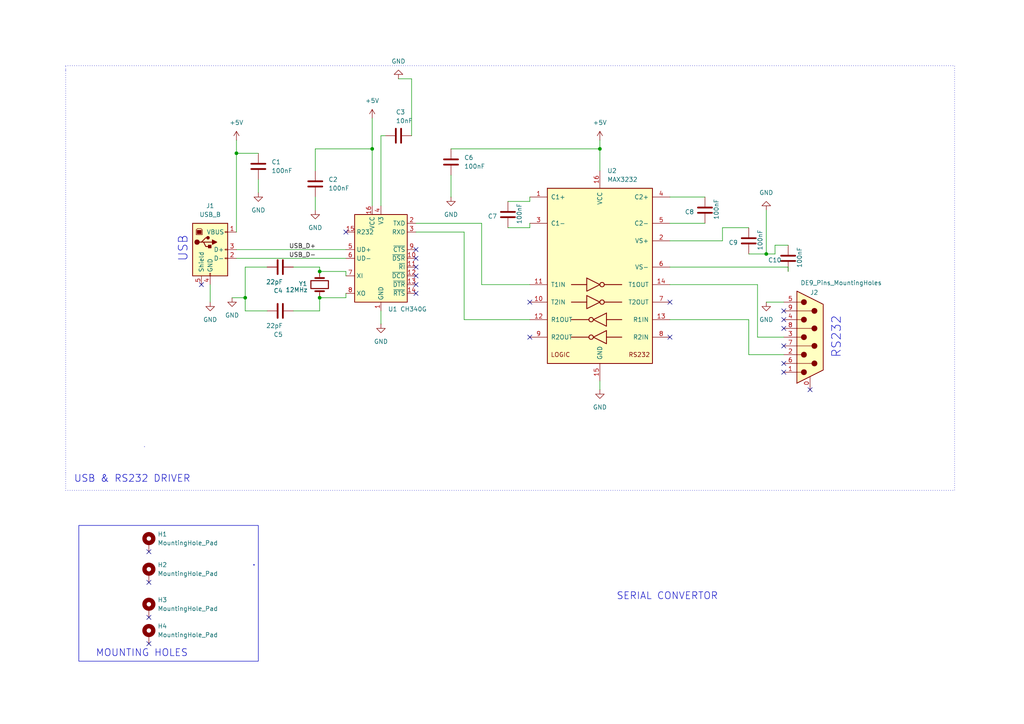
<source format=kicad_sch>
(kicad_sch
	(version 20250114)
	(generator "eeschema")
	(generator_version "9.0")
	(uuid "42bd0b49-37a7-4dab-a4aa-184e11318316")
	(paper "A4")
	(title_block
		(title "USB TO RS232")
		(date "2025-05-13")
		(company "BY JAIMIN GULALE")
	)
	(lib_symbols
		(symbol "Connector:DE9_Pins_MountingHoles"
			(pin_names
				(offset 1.016)
				(hide yes)
			)
			(exclude_from_sim no)
			(in_bom yes)
			(on_board yes)
			(property "Reference" "J"
				(at 0 16.51 0)
				(effects
					(font
						(size 1.27 1.27)
					)
				)
			)
			(property "Value" "DE9_Pins_MountingHoles"
				(at 0 14.605 0)
				(effects
					(font
						(size 1.27 1.27)
					)
				)
			)
			(property "Footprint" ""
				(at 0 0 0)
				(effects
					(font
						(size 1.27 1.27)
					)
					(hide yes)
				)
			)
			(property "Datasheet" "~"
				(at 0 0 0)
				(effects
					(font
						(size 1.27 1.27)
					)
					(hide yes)
				)
			)
			(property "Description" "9-pin D-SUB connector, pins (male), Mounting Hole"
				(at 0 0 0)
				(effects
					(font
						(size 1.27 1.27)
					)
					(hide yes)
				)
			)
			(property "ki_keywords" "DSUB DB9"
				(at 0 0 0)
				(effects
					(font
						(size 1.27 1.27)
					)
					(hide yes)
				)
			)
			(property "ki_fp_filters" "DSUB*Pins*"
				(at 0 0 0)
				(effects
					(font
						(size 1.27 1.27)
					)
					(hide yes)
				)
			)
			(symbol "DE9_Pins_MountingHoles_0_1"
				(polyline
					(pts
						(xy -3.81 10.16) (xy -2.54 10.16)
					)
					(stroke
						(width 0)
						(type default)
					)
					(fill
						(type none)
					)
				)
				(polyline
					(pts
						(xy -3.81 7.62) (xy 0.508 7.62)
					)
					(stroke
						(width 0)
						(type default)
					)
					(fill
						(type none)
					)
				)
				(polyline
					(pts
						(xy -3.81 5.08) (xy -2.54 5.08)
					)
					(stroke
						(width 0)
						(type default)
					)
					(fill
						(type none)
					)
				)
				(polyline
					(pts
						(xy -3.81 2.54) (xy 0.508 2.54)
					)
					(stroke
						(width 0)
						(type default)
					)
					(fill
						(type none)
					)
				)
				(polyline
					(pts
						(xy -3.81 0) (xy -2.54 0)
					)
					(stroke
						(width 0)
						(type default)
					)
					(fill
						(type none)
					)
				)
				(polyline
					(pts
						(xy -3.81 -2.54) (xy 0.508 -2.54)
					)
					(stroke
						(width 0)
						(type default)
					)
					(fill
						(type none)
					)
				)
				(polyline
					(pts
						(xy -3.81 -5.08) (xy -2.54 -5.08)
					)
					(stroke
						(width 0)
						(type default)
					)
					(fill
						(type none)
					)
				)
				(polyline
					(pts
						(xy -3.81 -7.62) (xy 0.508 -7.62)
					)
					(stroke
						(width 0)
						(type default)
					)
					(fill
						(type none)
					)
				)
				(polyline
					(pts
						(xy -3.81 -10.16) (xy -2.54 -10.16)
					)
					(stroke
						(width 0)
						(type default)
					)
					(fill
						(type none)
					)
				)
				(polyline
					(pts
						(xy -3.81 -13.335) (xy -3.81 13.335) (xy 3.81 9.525) (xy 3.81 -9.525) (xy -3.81 -13.335)
					)
					(stroke
						(width 0.254)
						(type default)
					)
					(fill
						(type background)
					)
				)
				(circle
					(center -1.778 10.16)
					(radius 0.762)
					(stroke
						(width 0)
						(type default)
					)
					(fill
						(type outline)
					)
				)
				(circle
					(center -1.778 5.08)
					(radius 0.762)
					(stroke
						(width 0)
						(type default)
					)
					(fill
						(type outline)
					)
				)
				(circle
					(center -1.778 0)
					(radius 0.762)
					(stroke
						(width 0)
						(type default)
					)
					(fill
						(type outline)
					)
				)
				(circle
					(center -1.778 -5.08)
					(radius 0.762)
					(stroke
						(width 0)
						(type default)
					)
					(fill
						(type outline)
					)
				)
				(circle
					(center -1.778 -10.16)
					(radius 0.762)
					(stroke
						(width 0)
						(type default)
					)
					(fill
						(type outline)
					)
				)
				(circle
					(center 1.27 7.62)
					(radius 0.762)
					(stroke
						(width 0)
						(type default)
					)
					(fill
						(type outline)
					)
				)
				(circle
					(center 1.27 2.54)
					(radius 0.762)
					(stroke
						(width 0)
						(type default)
					)
					(fill
						(type outline)
					)
				)
				(circle
					(center 1.27 -2.54)
					(radius 0.762)
					(stroke
						(width 0)
						(type default)
					)
					(fill
						(type outline)
					)
				)
				(circle
					(center 1.27 -7.62)
					(radius 0.762)
					(stroke
						(width 0)
						(type default)
					)
					(fill
						(type outline)
					)
				)
			)
			(symbol "DE9_Pins_MountingHoles_1_1"
				(pin passive line
					(at -7.62 10.16 0)
					(length 3.81)
					(name "5"
						(effects
							(font
								(size 1.27 1.27)
							)
						)
					)
					(number "5"
						(effects
							(font
								(size 1.27 1.27)
							)
						)
					)
				)
				(pin passive line
					(at -7.62 7.62 0)
					(length 3.81)
					(name "9"
						(effects
							(font
								(size 1.27 1.27)
							)
						)
					)
					(number "9"
						(effects
							(font
								(size 1.27 1.27)
							)
						)
					)
				)
				(pin passive line
					(at -7.62 5.08 0)
					(length 3.81)
					(name "4"
						(effects
							(font
								(size 1.27 1.27)
							)
						)
					)
					(number "4"
						(effects
							(font
								(size 1.27 1.27)
							)
						)
					)
				)
				(pin passive line
					(at -7.62 2.54 0)
					(length 3.81)
					(name "8"
						(effects
							(font
								(size 1.27 1.27)
							)
						)
					)
					(number "8"
						(effects
							(font
								(size 1.27 1.27)
							)
						)
					)
				)
				(pin passive line
					(at -7.62 0 0)
					(length 3.81)
					(name "3"
						(effects
							(font
								(size 1.27 1.27)
							)
						)
					)
					(number "3"
						(effects
							(font
								(size 1.27 1.27)
							)
						)
					)
				)
				(pin passive line
					(at -7.62 -2.54 0)
					(length 3.81)
					(name "7"
						(effects
							(font
								(size 1.27 1.27)
							)
						)
					)
					(number "7"
						(effects
							(font
								(size 1.27 1.27)
							)
						)
					)
				)
				(pin passive line
					(at -7.62 -5.08 0)
					(length 3.81)
					(name "2"
						(effects
							(font
								(size 1.27 1.27)
							)
						)
					)
					(number "2"
						(effects
							(font
								(size 1.27 1.27)
							)
						)
					)
				)
				(pin passive line
					(at -7.62 -7.62 0)
					(length 3.81)
					(name "6"
						(effects
							(font
								(size 1.27 1.27)
							)
						)
					)
					(number "6"
						(effects
							(font
								(size 1.27 1.27)
							)
						)
					)
				)
				(pin passive line
					(at -7.62 -10.16 0)
					(length 3.81)
					(name "1"
						(effects
							(font
								(size 1.27 1.27)
							)
						)
					)
					(number "1"
						(effects
							(font
								(size 1.27 1.27)
							)
						)
					)
				)
				(pin passive line
					(at 0 -15.24 90)
					(length 3.81)
					(name "PAD"
						(effects
							(font
								(size 1.27 1.27)
							)
						)
					)
					(number "0"
						(effects
							(font
								(size 1.27 1.27)
							)
						)
					)
				)
			)
			(embedded_fonts no)
		)
		(symbol "Connector:USB_B"
			(pin_names
				(offset 1.016)
			)
			(exclude_from_sim no)
			(in_bom yes)
			(on_board yes)
			(property "Reference" "J"
				(at -5.08 11.43 0)
				(effects
					(font
						(size 1.27 1.27)
					)
					(justify left)
				)
			)
			(property "Value" "USB_B"
				(at -5.08 8.89 0)
				(effects
					(font
						(size 1.27 1.27)
					)
					(justify left)
				)
			)
			(property "Footprint" ""
				(at 3.81 -1.27 0)
				(effects
					(font
						(size 1.27 1.27)
					)
					(hide yes)
				)
			)
			(property "Datasheet" "~"
				(at 3.81 -1.27 0)
				(effects
					(font
						(size 1.27 1.27)
					)
					(hide yes)
				)
			)
			(property "Description" "USB Type B connector"
				(at 0 0 0)
				(effects
					(font
						(size 1.27 1.27)
					)
					(hide yes)
				)
			)
			(property "ki_keywords" "connector USB"
				(at 0 0 0)
				(effects
					(font
						(size 1.27 1.27)
					)
					(hide yes)
				)
			)
			(property "ki_fp_filters" "USB*"
				(at 0 0 0)
				(effects
					(font
						(size 1.27 1.27)
					)
					(hide yes)
				)
			)
			(symbol "USB_B_0_1"
				(rectangle
					(start -5.08 -7.62)
					(end 5.08 7.62)
					(stroke
						(width 0.254)
						(type default)
					)
					(fill
						(type background)
					)
				)
				(polyline
					(pts
						(xy -4.064 4.318) (xy -2.286 4.318) (xy -2.286 5.715) (xy -2.667 6.096) (xy -3.683 6.096) (xy -4.064 5.715)
						(xy -4.064 4.318)
					)
					(stroke
						(width 0)
						(type default)
					)
					(fill
						(type none)
					)
				)
				(rectangle
					(start -3.81 5.588)
					(end -2.54 4.572)
					(stroke
						(width 0)
						(type default)
					)
					(fill
						(type outline)
					)
				)
				(circle
					(center -3.81 2.159)
					(radius 0.635)
					(stroke
						(width 0.254)
						(type default)
					)
					(fill
						(type outline)
					)
				)
				(polyline
					(pts
						(xy -3.175 2.159) (xy -2.54 2.159) (xy -1.27 3.429) (xy -0.635 3.429)
					)
					(stroke
						(width 0.254)
						(type default)
					)
					(fill
						(type none)
					)
				)
				(polyline
					(pts
						(xy -2.54 2.159) (xy -1.905 2.159) (xy -1.27 0.889) (xy 0 0.889)
					)
					(stroke
						(width 0.254)
						(type default)
					)
					(fill
						(type none)
					)
				)
				(polyline
					(pts
						(xy -1.905 2.159) (xy 0.635 2.159)
					)
					(stroke
						(width 0.254)
						(type default)
					)
					(fill
						(type none)
					)
				)
				(circle
					(center -0.635 3.429)
					(radius 0.381)
					(stroke
						(width 0.254)
						(type default)
					)
					(fill
						(type outline)
					)
				)
				(rectangle
					(start -0.127 -7.62)
					(end 0.127 -6.858)
					(stroke
						(width 0)
						(type default)
					)
					(fill
						(type none)
					)
				)
				(rectangle
					(start 0.254 1.27)
					(end -0.508 0.508)
					(stroke
						(width 0.254)
						(type default)
					)
					(fill
						(type outline)
					)
				)
				(polyline
					(pts
						(xy 0.635 2.794) (xy 0.635 1.524) (xy 1.905 2.159) (xy 0.635 2.794)
					)
					(stroke
						(width 0.254)
						(type default)
					)
					(fill
						(type outline)
					)
				)
				(rectangle
					(start 5.08 4.953)
					(end 4.318 5.207)
					(stroke
						(width 0)
						(type default)
					)
					(fill
						(type none)
					)
				)
				(rectangle
					(start 5.08 -0.127)
					(end 4.318 0.127)
					(stroke
						(width 0)
						(type default)
					)
					(fill
						(type none)
					)
				)
				(rectangle
					(start 5.08 -2.667)
					(end 4.318 -2.413)
					(stroke
						(width 0)
						(type default)
					)
					(fill
						(type none)
					)
				)
			)
			(symbol "USB_B_1_1"
				(pin passive line
					(at -2.54 -10.16 90)
					(length 2.54)
					(name "Shield"
						(effects
							(font
								(size 1.27 1.27)
							)
						)
					)
					(number "5"
						(effects
							(font
								(size 1.27 1.27)
							)
						)
					)
				)
				(pin power_out line
					(at 0 -10.16 90)
					(length 2.54)
					(name "GND"
						(effects
							(font
								(size 1.27 1.27)
							)
						)
					)
					(number "4"
						(effects
							(font
								(size 1.27 1.27)
							)
						)
					)
				)
				(pin power_out line
					(at 7.62 5.08 180)
					(length 2.54)
					(name "VBUS"
						(effects
							(font
								(size 1.27 1.27)
							)
						)
					)
					(number "1"
						(effects
							(font
								(size 1.27 1.27)
							)
						)
					)
				)
				(pin bidirectional line
					(at 7.62 0 180)
					(length 2.54)
					(name "D+"
						(effects
							(font
								(size 1.27 1.27)
							)
						)
					)
					(number "3"
						(effects
							(font
								(size 1.27 1.27)
							)
						)
					)
				)
				(pin bidirectional line
					(at 7.62 -2.54 180)
					(length 2.54)
					(name "D-"
						(effects
							(font
								(size 1.27 1.27)
							)
						)
					)
					(number "2"
						(effects
							(font
								(size 1.27 1.27)
							)
						)
					)
				)
			)
			(embedded_fonts no)
		)
		(symbol "Device:C"
			(pin_numbers
				(hide yes)
			)
			(pin_names
				(offset 0.254)
			)
			(exclude_from_sim no)
			(in_bom yes)
			(on_board yes)
			(property "Reference" "C"
				(at 0.635 2.54 0)
				(effects
					(font
						(size 1.27 1.27)
					)
					(justify left)
				)
			)
			(property "Value" "C"
				(at 0.635 -2.54 0)
				(effects
					(font
						(size 1.27 1.27)
					)
					(justify left)
				)
			)
			(property "Footprint" ""
				(at 0.9652 -3.81 0)
				(effects
					(font
						(size 1.27 1.27)
					)
					(hide yes)
				)
			)
			(property "Datasheet" "~"
				(at 0 0 0)
				(effects
					(font
						(size 1.27 1.27)
					)
					(hide yes)
				)
			)
			(property "Description" "Unpolarized capacitor"
				(at 0 0 0)
				(effects
					(font
						(size 1.27 1.27)
					)
					(hide yes)
				)
			)
			(property "ki_keywords" "cap capacitor"
				(at 0 0 0)
				(effects
					(font
						(size 1.27 1.27)
					)
					(hide yes)
				)
			)
			(property "ki_fp_filters" "C_*"
				(at 0 0 0)
				(effects
					(font
						(size 1.27 1.27)
					)
					(hide yes)
				)
			)
			(symbol "C_0_1"
				(polyline
					(pts
						(xy -2.032 0.762) (xy 2.032 0.762)
					)
					(stroke
						(width 0.508)
						(type default)
					)
					(fill
						(type none)
					)
				)
				(polyline
					(pts
						(xy -2.032 -0.762) (xy 2.032 -0.762)
					)
					(stroke
						(width 0.508)
						(type default)
					)
					(fill
						(type none)
					)
				)
			)
			(symbol "C_1_1"
				(pin passive line
					(at 0 3.81 270)
					(length 2.794)
					(name "~"
						(effects
							(font
								(size 1.27 1.27)
							)
						)
					)
					(number "1"
						(effects
							(font
								(size 1.27 1.27)
							)
						)
					)
				)
				(pin passive line
					(at 0 -3.81 90)
					(length 2.794)
					(name "~"
						(effects
							(font
								(size 1.27 1.27)
							)
						)
					)
					(number "2"
						(effects
							(font
								(size 1.27 1.27)
							)
						)
					)
				)
			)
			(embedded_fonts no)
		)
		(symbol "Device:Crystal"
			(pin_numbers
				(hide yes)
			)
			(pin_names
				(offset 1.016)
				(hide yes)
			)
			(exclude_from_sim no)
			(in_bom yes)
			(on_board yes)
			(property "Reference" "Y"
				(at 0 3.81 0)
				(effects
					(font
						(size 1.27 1.27)
					)
				)
			)
			(property "Value" "Crystal"
				(at 0 -3.81 0)
				(effects
					(font
						(size 1.27 1.27)
					)
				)
			)
			(property "Footprint" ""
				(at 0 0 0)
				(effects
					(font
						(size 1.27 1.27)
					)
					(hide yes)
				)
			)
			(property "Datasheet" "~"
				(at 0 0 0)
				(effects
					(font
						(size 1.27 1.27)
					)
					(hide yes)
				)
			)
			(property "Description" "Two pin crystal"
				(at 0 0 0)
				(effects
					(font
						(size 1.27 1.27)
					)
					(hide yes)
				)
			)
			(property "ki_keywords" "quartz ceramic resonator oscillator"
				(at 0 0 0)
				(effects
					(font
						(size 1.27 1.27)
					)
					(hide yes)
				)
			)
			(property "ki_fp_filters" "Crystal*"
				(at 0 0 0)
				(effects
					(font
						(size 1.27 1.27)
					)
					(hide yes)
				)
			)
			(symbol "Crystal_0_1"
				(polyline
					(pts
						(xy -2.54 0) (xy -1.905 0)
					)
					(stroke
						(width 0)
						(type default)
					)
					(fill
						(type none)
					)
				)
				(polyline
					(pts
						(xy -1.905 -1.27) (xy -1.905 1.27)
					)
					(stroke
						(width 0.508)
						(type default)
					)
					(fill
						(type none)
					)
				)
				(rectangle
					(start -1.143 2.54)
					(end 1.143 -2.54)
					(stroke
						(width 0.3048)
						(type default)
					)
					(fill
						(type none)
					)
				)
				(polyline
					(pts
						(xy 1.905 -1.27) (xy 1.905 1.27)
					)
					(stroke
						(width 0.508)
						(type default)
					)
					(fill
						(type none)
					)
				)
				(polyline
					(pts
						(xy 2.54 0) (xy 1.905 0)
					)
					(stroke
						(width 0)
						(type default)
					)
					(fill
						(type none)
					)
				)
			)
			(symbol "Crystal_1_1"
				(pin passive line
					(at -3.81 0 0)
					(length 1.27)
					(name "1"
						(effects
							(font
								(size 1.27 1.27)
							)
						)
					)
					(number "1"
						(effects
							(font
								(size 1.27 1.27)
							)
						)
					)
				)
				(pin passive line
					(at 3.81 0 180)
					(length 1.27)
					(name "2"
						(effects
							(font
								(size 1.27 1.27)
							)
						)
					)
					(number "2"
						(effects
							(font
								(size 1.27 1.27)
							)
						)
					)
				)
			)
			(embedded_fonts no)
		)
		(symbol "Interface_UART:MAX3232"
			(pin_names
				(offset 1.016)
			)
			(exclude_from_sim no)
			(in_bom yes)
			(on_board yes)
			(property "Reference" "U"
				(at -2.54 28.575 0)
				(effects
					(font
						(size 1.27 1.27)
					)
					(justify right)
				)
			)
			(property "Value" "MAX3232"
				(at -2.54 26.67 0)
				(effects
					(font
						(size 1.27 1.27)
					)
					(justify right)
				)
			)
			(property "Footprint" ""
				(at 1.27 -26.67 0)
				(effects
					(font
						(size 1.27 1.27)
					)
					(justify left)
					(hide yes)
				)
			)
			(property "Datasheet" "https://datasheets.maximintegrated.com/en/ds/MAX3222-MAX3241.pdf"
				(at 0 2.54 0)
				(effects
					(font
						(size 1.27 1.27)
					)
					(hide yes)
				)
			)
			(property "Description" "3.0V to 5.5V, Low-Power, up to 1Mbps, True RS-232 Transceivers Using Four 0.1μF External Capacitors"
				(at 0 0 0)
				(effects
					(font
						(size 1.27 1.27)
					)
					(hide yes)
				)
			)
			(property "ki_keywords" "rs232 uart transceiver line-driver"
				(at 0 0 0)
				(effects
					(font
						(size 1.27 1.27)
					)
					(hide yes)
				)
			)
			(property "ki_fp_filters" "SOIC*P1.27mm* DIP*W7.62mm* TSSOP*4.4x5mm*P0.65mm*"
				(at 0 0 0)
				(effects
					(font
						(size 1.27 1.27)
					)
					(hide yes)
				)
			)
			(symbol "MAX3232_0_0"
				(text "LOGIC"
					(at -11.43 -22.86 0)
					(effects
						(font
							(size 1.27 1.27)
						)
					)
				)
				(text "RS232"
					(at 11.43 -22.86 0)
					(effects
						(font
							(size 1.27 1.27)
						)
					)
				)
			)
			(symbol "MAX3232_0_1"
				(rectangle
					(start -15.24 -25.4)
					(end 15.24 25.4)
					(stroke
						(width 0.254)
						(type default)
					)
					(fill
						(type background)
					)
				)
				(polyline
					(pts
						(xy -3.81 -0.635) (xy -3.81 -4.445) (xy 0 -2.54) (xy -3.81 -0.635)
					)
					(stroke
						(width 0.254)
						(type default)
					)
					(fill
						(type none)
					)
				)
				(polyline
					(pts
						(xy -3.81 -2.54) (xy -8.255 -2.54)
					)
					(stroke
						(width 0.254)
						(type default)
					)
					(fill
						(type none)
					)
				)
				(polyline
					(pts
						(xy -3.81 -5.715) (xy -3.81 -9.525) (xy 0 -7.62) (xy -3.81 -5.715)
					)
					(stroke
						(width 0.254)
						(type default)
					)
					(fill
						(type none)
					)
				)
				(polyline
					(pts
						(xy -3.81 -7.62) (xy -8.255 -7.62)
					)
					(stroke
						(width 0.254)
						(type default)
					)
					(fill
						(type none)
					)
				)
				(polyline
					(pts
						(xy -3.175 -12.7) (xy -8.255 -12.7)
					)
					(stroke
						(width 0.254)
						(type default)
					)
					(fill
						(type none)
					)
				)
				(polyline
					(pts
						(xy -3.175 -17.78) (xy -8.255 -17.78)
					)
					(stroke
						(width 0.254)
						(type default)
					)
					(fill
						(type none)
					)
				)
				(circle
					(center -2.54 -12.7)
					(radius 0.635)
					(stroke
						(width 0.254)
						(type default)
					)
					(fill
						(type none)
					)
				)
				(circle
					(center -2.54 -17.78)
					(radius 0.635)
					(stroke
						(width 0.254)
						(type default)
					)
					(fill
						(type none)
					)
				)
				(circle
					(center 0.635 -2.54)
					(radius 0.635)
					(stroke
						(width 0.254)
						(type default)
					)
					(fill
						(type none)
					)
				)
				(circle
					(center 0.635 -7.62)
					(radius 0.635)
					(stroke
						(width 0.254)
						(type default)
					)
					(fill
						(type none)
					)
				)
				(polyline
					(pts
						(xy 1.27 -2.54) (xy 6.35 -2.54)
					)
					(stroke
						(width 0.254)
						(type default)
					)
					(fill
						(type none)
					)
				)
				(polyline
					(pts
						(xy 1.27 -7.62) (xy 6.35 -7.62)
					)
					(stroke
						(width 0.254)
						(type default)
					)
					(fill
						(type none)
					)
				)
				(polyline
					(pts
						(xy 1.905 -10.795) (xy 1.905 -14.605) (xy -1.905 -12.7) (xy 1.905 -10.795)
					)
					(stroke
						(width 0.254)
						(type default)
					)
					(fill
						(type none)
					)
				)
				(polyline
					(pts
						(xy 1.905 -12.7) (xy 6.35 -12.7)
					)
					(stroke
						(width 0.254)
						(type default)
					)
					(fill
						(type none)
					)
				)
				(polyline
					(pts
						(xy 1.905 -15.875) (xy 1.905 -19.685) (xy -1.905 -17.78) (xy 1.905 -15.875)
					)
					(stroke
						(width 0.254)
						(type default)
					)
					(fill
						(type none)
					)
				)
				(polyline
					(pts
						(xy 1.905 -17.78) (xy 6.35 -17.78)
					)
					(stroke
						(width 0.254)
						(type default)
					)
					(fill
						(type none)
					)
				)
			)
			(symbol "MAX3232_1_1"
				(pin passive line
					(at -20.32 22.86 0)
					(length 5.08)
					(name "C1+"
						(effects
							(font
								(size 1.27 1.27)
							)
						)
					)
					(number "1"
						(effects
							(font
								(size 1.27 1.27)
							)
						)
					)
				)
				(pin passive line
					(at -20.32 15.24 0)
					(length 5.08)
					(name "C1-"
						(effects
							(font
								(size 1.27 1.27)
							)
						)
					)
					(number "3"
						(effects
							(font
								(size 1.27 1.27)
							)
						)
					)
				)
				(pin input line
					(at -20.32 -2.54 0)
					(length 5.08)
					(name "T1IN"
						(effects
							(font
								(size 1.27 1.27)
							)
						)
					)
					(number "11"
						(effects
							(font
								(size 1.27 1.27)
							)
						)
					)
				)
				(pin input line
					(at -20.32 -7.62 0)
					(length 5.08)
					(name "T2IN"
						(effects
							(font
								(size 1.27 1.27)
							)
						)
					)
					(number "10"
						(effects
							(font
								(size 1.27 1.27)
							)
						)
					)
				)
				(pin output line
					(at -20.32 -12.7 0)
					(length 5.08)
					(name "R1OUT"
						(effects
							(font
								(size 1.27 1.27)
							)
						)
					)
					(number "12"
						(effects
							(font
								(size 1.27 1.27)
							)
						)
					)
				)
				(pin output line
					(at -20.32 -17.78 0)
					(length 5.08)
					(name "R2OUT"
						(effects
							(font
								(size 1.27 1.27)
							)
						)
					)
					(number "9"
						(effects
							(font
								(size 1.27 1.27)
							)
						)
					)
				)
				(pin power_in line
					(at 0 30.48 270)
					(length 5.08)
					(name "VCC"
						(effects
							(font
								(size 1.27 1.27)
							)
						)
					)
					(number "16"
						(effects
							(font
								(size 1.27 1.27)
							)
						)
					)
				)
				(pin power_in line
					(at 0 -30.48 90)
					(length 5.08)
					(name "GND"
						(effects
							(font
								(size 1.27 1.27)
							)
						)
					)
					(number "15"
						(effects
							(font
								(size 1.27 1.27)
							)
						)
					)
				)
				(pin passive line
					(at 20.32 22.86 180)
					(length 5.08)
					(name "C2+"
						(effects
							(font
								(size 1.27 1.27)
							)
						)
					)
					(number "4"
						(effects
							(font
								(size 1.27 1.27)
							)
						)
					)
				)
				(pin passive line
					(at 20.32 15.24 180)
					(length 5.08)
					(name "C2-"
						(effects
							(font
								(size 1.27 1.27)
							)
						)
					)
					(number "5"
						(effects
							(font
								(size 1.27 1.27)
							)
						)
					)
				)
				(pin power_out line
					(at 20.32 10.16 180)
					(length 5.08)
					(name "VS+"
						(effects
							(font
								(size 1.27 1.27)
							)
						)
					)
					(number "2"
						(effects
							(font
								(size 1.27 1.27)
							)
						)
					)
				)
				(pin power_out line
					(at 20.32 2.54 180)
					(length 5.08)
					(name "VS-"
						(effects
							(font
								(size 1.27 1.27)
							)
						)
					)
					(number "6"
						(effects
							(font
								(size 1.27 1.27)
							)
						)
					)
				)
				(pin output line
					(at 20.32 -2.54 180)
					(length 5.08)
					(name "T1OUT"
						(effects
							(font
								(size 1.27 1.27)
							)
						)
					)
					(number "14"
						(effects
							(font
								(size 1.27 1.27)
							)
						)
					)
				)
				(pin output line
					(at 20.32 -7.62 180)
					(length 5.08)
					(name "T2OUT"
						(effects
							(font
								(size 1.27 1.27)
							)
						)
					)
					(number "7"
						(effects
							(font
								(size 1.27 1.27)
							)
						)
					)
				)
				(pin input line
					(at 20.32 -12.7 180)
					(length 5.08)
					(name "R1IN"
						(effects
							(font
								(size 1.27 1.27)
							)
						)
					)
					(number "13"
						(effects
							(font
								(size 1.27 1.27)
							)
						)
					)
				)
				(pin input line
					(at 20.32 -17.78 180)
					(length 5.08)
					(name "R2IN"
						(effects
							(font
								(size 1.27 1.27)
							)
						)
					)
					(number "8"
						(effects
							(font
								(size 1.27 1.27)
							)
						)
					)
				)
			)
			(embedded_fonts no)
		)
		(symbol "Interface_USB:CH340G"
			(exclude_from_sim no)
			(in_bom yes)
			(on_board yes)
			(property "Reference" "U"
				(at -5.08 13.97 0)
				(effects
					(font
						(size 1.27 1.27)
					)
					(justify right)
				)
			)
			(property "Value" "CH340G"
				(at 1.27 13.97 0)
				(effects
					(font
						(size 1.27 1.27)
					)
					(justify left)
				)
			)
			(property "Footprint" "Package_SO:SOIC-16_3.9x9.9mm_P1.27mm"
				(at 1.27 -13.97 0)
				(effects
					(font
						(size 1.27 1.27)
					)
					(justify left)
					(hide yes)
				)
			)
			(property "Datasheet" "http://www.datasheet5.com/pdf-local-2195953"
				(at -8.89 20.32 0)
				(effects
					(font
						(size 1.27 1.27)
					)
					(hide yes)
				)
			)
			(property "Description" "USB serial converter, UART, SOIC-16"
				(at 0 0 0)
				(effects
					(font
						(size 1.27 1.27)
					)
					(hide yes)
				)
			)
			(property "ki_keywords" "USB UART Serial Converter Interface"
				(at 0 0 0)
				(effects
					(font
						(size 1.27 1.27)
					)
					(hide yes)
				)
			)
			(property "ki_fp_filters" "SOIC*3.9x9.9mm*P1.27mm*"
				(at 0 0 0)
				(effects
					(font
						(size 1.27 1.27)
					)
					(hide yes)
				)
			)
			(symbol "CH340G_0_1"
				(rectangle
					(start -7.62 12.7)
					(end 7.62 -12.7)
					(stroke
						(width 0.254)
						(type default)
					)
					(fill
						(type background)
					)
				)
			)
			(symbol "CH340G_1_1"
				(pin input line
					(at -10.16 7.62 0)
					(length 2.54)
					(name "R232"
						(effects
							(font
								(size 1.27 1.27)
							)
						)
					)
					(number "15"
						(effects
							(font
								(size 1.27 1.27)
							)
						)
					)
				)
				(pin bidirectional line
					(at -10.16 2.54 0)
					(length 2.54)
					(name "UD+"
						(effects
							(font
								(size 1.27 1.27)
							)
						)
					)
					(number "5"
						(effects
							(font
								(size 1.27 1.27)
							)
						)
					)
				)
				(pin bidirectional line
					(at -10.16 0 0)
					(length 2.54)
					(name "UD-"
						(effects
							(font
								(size 1.27 1.27)
							)
						)
					)
					(number "6"
						(effects
							(font
								(size 1.27 1.27)
							)
						)
					)
				)
				(pin input line
					(at -10.16 -5.08 0)
					(length 2.54)
					(name "XI"
						(effects
							(font
								(size 1.27 1.27)
							)
						)
					)
					(number "7"
						(effects
							(font
								(size 1.27 1.27)
							)
						)
					)
				)
				(pin output line
					(at -10.16 -10.16 0)
					(length 2.54)
					(name "XO"
						(effects
							(font
								(size 1.27 1.27)
							)
						)
					)
					(number "8"
						(effects
							(font
								(size 1.27 1.27)
							)
						)
					)
				)
				(pin power_in line
					(at -2.54 15.24 270)
					(length 2.54)
					(name "VCC"
						(effects
							(font
								(size 1.27 1.27)
							)
						)
					)
					(number "16"
						(effects
							(font
								(size 1.27 1.27)
							)
						)
					)
				)
				(pin power_out line
					(at 0 15.24 270)
					(length 2.54)
					(name "V3"
						(effects
							(font
								(size 1.27 1.27)
							)
						)
					)
					(number "4"
						(effects
							(font
								(size 1.27 1.27)
							)
						)
					)
				)
				(pin power_in line
					(at 0 -15.24 90)
					(length 2.54)
					(name "GND"
						(effects
							(font
								(size 1.27 1.27)
							)
						)
					)
					(number "1"
						(effects
							(font
								(size 1.27 1.27)
							)
						)
					)
				)
				(pin output line
					(at 10.16 10.16 180)
					(length 2.54)
					(name "TXD"
						(effects
							(font
								(size 1.27 1.27)
							)
						)
					)
					(number "2"
						(effects
							(font
								(size 1.27 1.27)
							)
						)
					)
				)
				(pin input line
					(at 10.16 7.62 180)
					(length 2.54)
					(name "RXD"
						(effects
							(font
								(size 1.27 1.27)
							)
						)
					)
					(number "3"
						(effects
							(font
								(size 1.27 1.27)
							)
						)
					)
				)
				(pin input line
					(at 10.16 2.54 180)
					(length 2.54)
					(name "~{CTS}"
						(effects
							(font
								(size 1.27 1.27)
							)
						)
					)
					(number "9"
						(effects
							(font
								(size 1.27 1.27)
							)
						)
					)
				)
				(pin input line
					(at 10.16 0 180)
					(length 2.54)
					(name "~{DSR}"
						(effects
							(font
								(size 1.27 1.27)
							)
						)
					)
					(number "10"
						(effects
							(font
								(size 1.27 1.27)
							)
						)
					)
				)
				(pin input line
					(at 10.16 -2.54 180)
					(length 2.54)
					(name "~{RI}"
						(effects
							(font
								(size 1.27 1.27)
							)
						)
					)
					(number "11"
						(effects
							(font
								(size 1.27 1.27)
							)
						)
					)
				)
				(pin input line
					(at 10.16 -5.08 180)
					(length 2.54)
					(name "~{DCD}"
						(effects
							(font
								(size 1.27 1.27)
							)
						)
					)
					(number "12"
						(effects
							(font
								(size 1.27 1.27)
							)
						)
					)
				)
				(pin output line
					(at 10.16 -7.62 180)
					(length 2.54)
					(name "~{DTR}"
						(effects
							(font
								(size 1.27 1.27)
							)
						)
					)
					(number "13"
						(effects
							(font
								(size 1.27 1.27)
							)
						)
					)
				)
				(pin output line
					(at 10.16 -10.16 180)
					(length 2.54)
					(name "~{RTS}"
						(effects
							(font
								(size 1.27 1.27)
							)
						)
					)
					(number "14"
						(effects
							(font
								(size 1.27 1.27)
							)
						)
					)
				)
			)
			(embedded_fonts no)
		)
		(symbol "Mechanical:MountingHole_Pad"
			(pin_numbers
				(hide yes)
			)
			(pin_names
				(offset 1.016)
				(hide yes)
			)
			(exclude_from_sim no)
			(in_bom no)
			(on_board yes)
			(property "Reference" "H"
				(at 0 6.35 0)
				(effects
					(font
						(size 1.27 1.27)
					)
				)
			)
			(property "Value" "MountingHole_Pad"
				(at 0 4.445 0)
				(effects
					(font
						(size 1.27 1.27)
					)
				)
			)
			(property "Footprint" ""
				(at 0 0 0)
				(effects
					(font
						(size 1.27 1.27)
					)
					(hide yes)
				)
			)
			(property "Datasheet" "~"
				(at 0 0 0)
				(effects
					(font
						(size 1.27 1.27)
					)
					(hide yes)
				)
			)
			(property "Description" "Mounting Hole with connection"
				(at 0 0 0)
				(effects
					(font
						(size 1.27 1.27)
					)
					(hide yes)
				)
			)
			(property "ki_keywords" "mounting hole"
				(at 0 0 0)
				(effects
					(font
						(size 1.27 1.27)
					)
					(hide yes)
				)
			)
			(property "ki_fp_filters" "MountingHole*Pad*"
				(at 0 0 0)
				(effects
					(font
						(size 1.27 1.27)
					)
					(hide yes)
				)
			)
			(symbol "MountingHole_Pad_0_1"
				(circle
					(center 0 1.27)
					(radius 1.27)
					(stroke
						(width 1.27)
						(type default)
					)
					(fill
						(type none)
					)
				)
			)
			(symbol "MountingHole_Pad_1_1"
				(pin input line
					(at 0 -2.54 90)
					(length 2.54)
					(name "1"
						(effects
							(font
								(size 1.27 1.27)
							)
						)
					)
					(number "1"
						(effects
							(font
								(size 1.27 1.27)
							)
						)
					)
				)
			)
			(embedded_fonts no)
		)
		(symbol "power:+5V"
			(power)
			(pin_numbers
				(hide yes)
			)
			(pin_names
				(offset 0)
				(hide yes)
			)
			(exclude_from_sim no)
			(in_bom yes)
			(on_board yes)
			(property "Reference" "#PWR"
				(at 0 -3.81 0)
				(effects
					(font
						(size 1.27 1.27)
					)
					(hide yes)
				)
			)
			(property "Value" "+5V"
				(at 0 3.556 0)
				(effects
					(font
						(size 1.27 1.27)
					)
				)
			)
			(property "Footprint" ""
				(at 0 0 0)
				(effects
					(font
						(size 1.27 1.27)
					)
					(hide yes)
				)
			)
			(property "Datasheet" ""
				(at 0 0 0)
				(effects
					(font
						(size 1.27 1.27)
					)
					(hide yes)
				)
			)
			(property "Description" "Power symbol creates a global label with name \"+5V\""
				(at 0 0 0)
				(effects
					(font
						(size 1.27 1.27)
					)
					(hide yes)
				)
			)
			(property "ki_keywords" "global power"
				(at 0 0 0)
				(effects
					(font
						(size 1.27 1.27)
					)
					(hide yes)
				)
			)
			(symbol "+5V_0_1"
				(polyline
					(pts
						(xy -0.762 1.27) (xy 0 2.54)
					)
					(stroke
						(width 0)
						(type default)
					)
					(fill
						(type none)
					)
				)
				(polyline
					(pts
						(xy 0 2.54) (xy 0.762 1.27)
					)
					(stroke
						(width 0)
						(type default)
					)
					(fill
						(type none)
					)
				)
				(polyline
					(pts
						(xy 0 0) (xy 0 2.54)
					)
					(stroke
						(width 0)
						(type default)
					)
					(fill
						(type none)
					)
				)
			)
			(symbol "+5V_1_1"
				(pin power_in line
					(at 0 0 90)
					(length 0)
					(name "~"
						(effects
							(font
								(size 1.27 1.27)
							)
						)
					)
					(number "1"
						(effects
							(font
								(size 1.27 1.27)
							)
						)
					)
				)
			)
			(embedded_fonts no)
		)
		(symbol "power:GND"
			(power)
			(pin_numbers
				(hide yes)
			)
			(pin_names
				(offset 0)
				(hide yes)
			)
			(exclude_from_sim no)
			(in_bom yes)
			(on_board yes)
			(property "Reference" "#PWR"
				(at 0 -6.35 0)
				(effects
					(font
						(size 1.27 1.27)
					)
					(hide yes)
				)
			)
			(property "Value" "GND"
				(at 0 -3.81 0)
				(effects
					(font
						(size 1.27 1.27)
					)
				)
			)
			(property "Footprint" ""
				(at 0 0 0)
				(effects
					(font
						(size 1.27 1.27)
					)
					(hide yes)
				)
			)
			(property "Datasheet" ""
				(at 0 0 0)
				(effects
					(font
						(size 1.27 1.27)
					)
					(hide yes)
				)
			)
			(property "Description" "Power symbol creates a global label with name \"GND\" , ground"
				(at 0 0 0)
				(effects
					(font
						(size 1.27 1.27)
					)
					(hide yes)
				)
			)
			(property "ki_keywords" "global power"
				(at 0 0 0)
				(effects
					(font
						(size 1.27 1.27)
					)
					(hide yes)
				)
			)
			(symbol "GND_0_1"
				(polyline
					(pts
						(xy 0 0) (xy 0 -1.27) (xy 1.27 -1.27) (xy 0 -2.54) (xy -1.27 -1.27) (xy 0 -1.27)
					)
					(stroke
						(width 0)
						(type default)
					)
					(fill
						(type none)
					)
				)
			)
			(symbol "GND_1_1"
				(pin power_in line
					(at 0 0 270)
					(length 0)
					(name "~"
						(effects
							(font
								(size 1.27 1.27)
							)
						)
					)
					(number "1"
						(effects
							(font
								(size 1.27 1.27)
							)
						)
					)
				)
			)
			(embedded_fonts no)
		)
	)
	(circle
		(center 73.66 163.83)
		(radius 0.0001)
		(stroke
			(width 0)
			(type default)
		)
		(fill
			(type none)
		)
		(uuid 1b51e013-c833-419d-b086-eb563988c85f)
	)
	(circle
		(center 73.66 163.83)
		(radius 0.0001)
		(stroke
			(width 0)
			(type default)
		)
		(fill
			(type none)
		)
		(uuid 285c1496-1548-4ca1-aeb6-2b37e664397c)
	)
	(circle
		(center 73.66 163.83)
		(radius 0.0001)
		(stroke
			(width 0)
			(type default)
		)
		(fill
			(type none)
		)
		(uuid 44f8e5c4-ca90-4392-baaa-d6c0929928cf)
	)
	(rectangle
		(start 41.91 129.54)
		(end 41.91 129.54)
		(stroke
			(width 0)
			(type default)
		)
		(fill
			(type none)
		)
		(uuid 5ae91f29-bd2c-460e-906a-fe8d22ebaf9d)
	)
	(circle
		(center 73.66 163.83)
		(radius 0.0001)
		(stroke
			(width 0)
			(type default)
		)
		(fill
			(type none)
		)
		(uuid 5ba6c80e-a305-4757-a4ca-622d7366e9da)
	)
	(rectangle
		(start 41.91 129.54)
		(end 41.91 129.54)
		(stroke
			(width 0)
			(type default)
		)
		(fill
			(type none)
		)
		(uuid 5ce6c48f-2758-4729-881c-cfa92e98aa79)
	)
	(rectangle
		(start 19.05 19.05)
		(end 276.86 142.24)
		(stroke
			(width 0)
			(type dot)
		)
		(fill
			(type none)
		)
		(uuid 5d50c6dc-233c-48d0-9d9d-4c940baec532)
	)
	(rectangle
		(start 19.05 20.32)
		(end 19.05 20.32)
		(stroke
			(width 0)
			(type default)
		)
		(fill
			(type none)
		)
		(uuid 7ed1acdc-fb54-435a-8f10-c8f8d2914c07)
	)
	(circle
		(center 73.66 163.83)
		(radius 0.0001)
		(stroke
			(width 0)
			(type default)
		)
		(fill
			(type none)
		)
		(uuid 81469783-09f3-4c03-99f7-9c69b3d79177)
	)
	(rectangle
		(start 19.05 20.32)
		(end 19.05 20.32)
		(stroke
			(width 0)
			(type default)
		)
		(fill
			(type none)
		)
		(uuid 8604a41e-ea6b-4f36-a9b3-44073ba73b32)
	)
	(rectangle
		(start 19.05 137.16)
		(end 19.05 137.16)
		(stroke
			(width 0)
			(type dot)
		)
		(fill
			(type none)
		)
		(uuid b6dd076a-a4dd-413e-8e03-1d6faf38ca99)
	)
	(rectangle
		(start 22.86 152.4)
		(end 74.93 191.77)
		(stroke
			(width 0)
			(type default)
		)
		(fill
			(type none)
		)
		(uuid c3309fc7-ae39-42df-8539-d0676a823986)
	)
	(circle
		(center 73.66 163.83)
		(radius 0.0001)
		(stroke
			(width 0)
			(type dot)
		)
		(fill
			(type none)
		)
		(uuid cdc52d9d-f60e-447e-8ad8-98ac9a9c927d)
	)
	(circle
		(center 73.66 163.83)
		(radius 0.0001)
		(stroke
			(width 0)
			(type default)
		)
		(fill
			(type none)
		)
		(uuid f1455a2e-798e-4f0b-ac68-3693fb9c5733)
	)
	(text "USB & RS232 DRIVER"
		(exclude_from_sim no)
		(at 38.354 138.938 0)
		(effects
			(font
				(size 2.032 2.032)
			)
		)
		(uuid "2907e2d8-db08-4f31-ad6d-9cbcf14525b5")
	)
	(text "RS232\n"
		(exclude_from_sim no)
		(at 242.57 97.79 90)
		(effects
			(font
				(size 2.54 2.54)
			)
		)
		(uuid "64672933-0a6b-4120-85a5-3e876e82382c")
	)
	(text "USB\n"
		(exclude_from_sim no)
		(at 53.086 72.136 90)
		(effects
			(font
				(size 2.54 2.54)
			)
		)
		(uuid "802b04b5-59e4-4e66-abe5-56002fba1153")
	)
	(text "MOUNTING HOLES\n"
		(exclude_from_sim no)
		(at 41.148 189.484 0)
		(effects
			(font
				(size 2.032 2.032)
			)
		)
		(uuid "e1b64d38-2515-4ab8-96a6-9105d1e053e7")
	)
	(text "SERIAL CONVERTOR\n"
		(exclude_from_sim no)
		(at 193.548 172.974 0)
		(effects
			(font
				(size 2.032 2.032)
			)
		)
		(uuid "fe6459f0-e4ca-4ea4-9441-28d8699fc27f")
	)
	(junction
		(at 107.95 43.18)
		(diameter 0)
		(color 0 0 0 0)
		(uuid "0a67f257-61f9-44d4-ad67-f7aaa226b1bd")
	)
	(junction
		(at 173.99 43.18)
		(diameter 0)
		(color 0 0 0 0)
		(uuid "16f0f4f5-0949-41db-95e7-aa63dae9efff")
	)
	(junction
		(at 71.12 86.36)
		(diameter 0)
		(color 0 0 0 0)
		(uuid "4659a1eb-5be5-4cf3-8740-63aecb70095b")
	)
	(junction
		(at 92.71 78.74)
		(diameter 0)
		(color 0 0 0 0)
		(uuid "6b4ea95d-85a4-4f43-9fe9-5aa0e8148ef7")
	)
	(junction
		(at 222.25 73.66)
		(diameter 0)
		(color 0 0 0 0)
		(uuid "8c80b5ec-6b79-4260-988a-d2cf2b0f4b0e")
	)
	(junction
		(at 92.71 86.36)
		(diameter 0)
		(color 0 0 0 0)
		(uuid "cabd5900-1f3a-43da-8e2a-8f6715aa08b7")
	)
	(junction
		(at 68.58 44.45)
		(diameter 0)
		(color 0 0 0 0)
		(uuid "d9fe8deb-a462-4b49-ba1b-817a0555f962")
	)
	(no_connect
		(at 194.31 87.63)
		(uuid "00a9a625-4ea5-42fa-819e-2f40df8f3fe9")
	)
	(no_connect
		(at 120.65 77.47)
		(uuid "0a5866a1-07d9-412d-92d9-9cadce43404c")
	)
	(no_connect
		(at 120.65 82.55)
		(uuid "1ad0ff3f-03ff-4e28-b69a-640c92e293de")
	)
	(no_connect
		(at 120.65 85.09)
		(uuid "2df740f6-b604-49c3-9fa5-e34a23fe852d")
	)
	(no_connect
		(at 43.18 179.07)
		(uuid "54ef4c5f-a722-40c8-b9be-dbb9427e0487")
	)
	(no_connect
		(at 234.95 113.03)
		(uuid "655c398d-ee47-4d13-9d44-e0dd5118e140")
	)
	(no_connect
		(at 153.67 87.63)
		(uuid "769b8951-f969-4a60-b247-5c814111fdd5")
	)
	(no_connect
		(at 120.65 72.39)
		(uuid "76fe3772-4bed-4114-b686-a0a80bf7df19")
	)
	(no_connect
		(at 43.18 168.91)
		(uuid "7addeaf2-d8cd-48de-8df5-02dbda057e22")
	)
	(no_connect
		(at 153.67 97.79)
		(uuid "a4ac6473-7375-433f-b74b-7fbb506c4baf")
	)
	(no_connect
		(at 227.33 90.17)
		(uuid "a509301f-e398-4e7c-a223-29233f89dc8d")
	)
	(no_connect
		(at 43.18 186.69)
		(uuid "aa6c63fe-df33-465f-b339-5768247b2b80")
	)
	(no_connect
		(at 43.18 160.02)
		(uuid "b11b67ba-d2d8-400f-8e5a-bfc2881a2491")
	)
	(no_connect
		(at 58.42 82.55)
		(uuid "b8e265a7-9c27-4868-aa04-8f3914ad91b6")
	)
	(no_connect
		(at 227.33 92.71)
		(uuid "b9297d82-74ed-4249-994f-013a4a76e292")
	)
	(no_connect
		(at 100.33 67.31)
		(uuid "c247de89-1dff-4d2a-81a6-f8dd42343e56")
	)
	(no_connect
		(at 120.65 74.93)
		(uuid "c65b4736-82c4-4f94-bb9e-1998c9fdc135")
	)
	(no_connect
		(at 227.33 105.41)
		(uuid "cad830b6-f415-4cc7-a0d8-37e863d71279")
	)
	(no_connect
		(at 227.33 100.33)
		(uuid "e0c52096-2a57-4706-80bc-a44eeb61f2c5")
	)
	(no_connect
		(at 194.31 97.79)
		(uuid "e6e5deb3-5326-4117-b60f-de5e03ca6612")
	)
	(no_connect
		(at 120.65 80.01)
		(uuid "e772360b-d649-4d2a-bbb9-dc45517cabe9")
	)
	(no_connect
		(at 227.33 107.95)
		(uuid "ef311004-ec62-42f4-aadc-d5fa400d2adb")
	)
	(no_connect
		(at 227.33 95.25)
		(uuid "f0fb3442-45ad-4b71-ab40-838a5fd3fa5c")
	)
	(wire
		(pts
			(xy 100.33 78.74) (xy 100.33 80.01)
		)
		(stroke
			(width 0)
			(type default)
		)
		(uuid "02b45028-deed-4c34-b04a-e581dcb9be77")
	)
	(wire
		(pts
			(xy 107.95 34.29) (xy 107.95 43.18)
		)
		(stroke
			(width 0)
			(type default)
		)
		(uuid "03eb6a67-5ec4-4a09-a291-67e22dcb96d7")
	)
	(wire
		(pts
			(xy 67.31 86.36) (xy 71.12 86.36)
		)
		(stroke
			(width 0)
			(type default)
		)
		(uuid "085d8df4-87f8-492b-9d04-f1a7e8bfa208")
	)
	(wire
		(pts
			(xy 153.67 58.42) (xy 153.67 57.15)
		)
		(stroke
			(width 0)
			(type default)
		)
		(uuid "0a9afe30-132f-48d3-b16c-6418d68c8f3a")
	)
	(wire
		(pts
			(xy 119.38 39.37) (xy 119.38 22.86)
		)
		(stroke
			(width 0)
			(type default)
		)
		(uuid "0b024091-1a02-4375-b9ce-82438ea222b4")
	)
	(wire
		(pts
			(xy 209.55 66.04) (xy 217.17 66.04)
		)
		(stroke
			(width 0)
			(type default)
		)
		(uuid "0d0c7586-6e94-4cf5-a29f-8272db0fc0c4")
	)
	(wire
		(pts
			(xy 92.71 78.74) (xy 100.33 78.74)
		)
		(stroke
			(width 0)
			(type default)
		)
		(uuid "0edd6e50-ff46-499a-afcd-b2ef1963cc6c")
	)
	(wire
		(pts
			(xy 134.62 92.71) (xy 134.62 67.31)
		)
		(stroke
			(width 0)
			(type default)
		)
		(uuid "156434ce-bfd4-4e86-8c32-695179a9bb5f")
	)
	(wire
		(pts
			(xy 120.65 64.77) (xy 139.7 64.77)
		)
		(stroke
			(width 0)
			(type default)
		)
		(uuid "1b376c4d-5ba4-4699-a969-1e97285801f0")
	)
	(wire
		(pts
			(xy 139.7 64.77) (xy 139.7 82.55)
		)
		(stroke
			(width 0)
			(type default)
		)
		(uuid "1c124188-69ea-4184-ac41-6bb79113018b")
	)
	(wire
		(pts
			(xy 222.25 87.63) (xy 227.33 87.63)
		)
		(stroke
			(width 0)
			(type default)
		)
		(uuid "23652619-1096-4035-8ba3-f7349d03cb02")
	)
	(wire
		(pts
			(xy 194.31 57.15) (xy 204.47 57.15)
		)
		(stroke
			(width 0)
			(type default)
		)
		(uuid "27852f68-9548-4c6d-89d9-959aa802b8d3")
	)
	(wire
		(pts
			(xy 71.12 86.36) (xy 71.12 90.17)
		)
		(stroke
			(width 0)
			(type default)
		)
		(uuid "296053c2-7303-4efe-90f0-1b774d74746f")
	)
	(wire
		(pts
			(xy 85.09 90.17) (xy 92.71 90.17)
		)
		(stroke
			(width 0)
			(type default)
		)
		(uuid "2c182188-bf64-4fb5-926f-3eebc500c471")
	)
	(wire
		(pts
			(xy 71.12 77.47) (xy 71.12 86.36)
		)
		(stroke
			(width 0)
			(type default)
		)
		(uuid "2cb95814-e169-4a57-8a08-6b8541fff4d7")
	)
	(wire
		(pts
			(xy 130.81 43.18) (xy 173.99 43.18)
		)
		(stroke
			(width 0)
			(type default)
		)
		(uuid "2d040d30-9724-4b62-99ef-3197ecc025e5")
	)
	(wire
		(pts
			(xy 194.31 69.85) (xy 209.55 69.85)
		)
		(stroke
			(width 0)
			(type default)
		)
		(uuid "2d0f02a6-5b98-4976-a4f1-f778172d593e")
	)
	(wire
		(pts
			(xy 173.99 40.64) (xy 173.99 43.18)
		)
		(stroke
			(width 0)
			(type default)
		)
		(uuid "2f26573f-a0ab-4840-af03-3cf62c077372")
	)
	(wire
		(pts
			(xy 153.67 66.04) (xy 153.67 64.77)
		)
		(stroke
			(width 0)
			(type default)
		)
		(uuid "30694c30-d0ab-4273-a968-b4611af9cc37")
	)
	(wire
		(pts
			(xy 139.7 82.55) (xy 153.67 82.55)
		)
		(stroke
			(width 0)
			(type default)
		)
		(uuid "31b8ff1b-8a1b-444e-a995-a94f23ef3a50")
	)
	(wire
		(pts
			(xy 91.44 49.53) (xy 91.44 43.18)
		)
		(stroke
			(width 0)
			(type default)
		)
		(uuid "3e8de580-e097-40aa-aa5a-d0e3c687c00f")
	)
	(wire
		(pts
			(xy 107.95 43.18) (xy 107.95 59.69)
		)
		(stroke
			(width 0)
			(type default)
		)
		(uuid "40ea2e58-1f28-4444-95f6-e94100b9ccb2")
	)
	(wire
		(pts
			(xy 173.99 110.49) (xy 173.99 113.03)
		)
		(stroke
			(width 0)
			(type default)
		)
		(uuid "42b52c62-faf1-428f-a556-c29b6b44efdd")
	)
	(wire
		(pts
			(xy 119.38 22.86) (xy 115.57 22.86)
		)
		(stroke
			(width 0)
			(type default)
		)
		(uuid "46c2d1b4-595f-4df6-8f2e-b8243436910b")
	)
	(wire
		(pts
			(xy 77.47 77.47) (xy 71.12 77.47)
		)
		(stroke
			(width 0)
			(type default)
		)
		(uuid "48ab6e78-7a08-497d-8155-16158e574671")
	)
	(wire
		(pts
			(xy 153.67 92.71) (xy 134.62 92.71)
		)
		(stroke
			(width 0)
			(type default)
		)
		(uuid "51e1ada8-6426-4f71-a598-7acaaf197b85")
	)
	(wire
		(pts
			(xy 92.71 90.17) (xy 92.71 86.36)
		)
		(stroke
			(width 0)
			(type default)
		)
		(uuid "523c77c3-75df-4bbd-b761-276ba06f4602")
	)
	(wire
		(pts
			(xy 224.79 73.66) (xy 224.79 71.12)
		)
		(stroke
			(width 0)
			(type default)
		)
		(uuid "592e2566-7da4-4a70-b495-9d8f2094a089")
	)
	(wire
		(pts
			(xy 71.12 90.17) (xy 77.47 90.17)
		)
		(stroke
			(width 0)
			(type default)
		)
		(uuid "5ab21174-1f30-480e-94cb-2bb4ba023779")
	)
	(wire
		(pts
			(xy 219.71 97.79) (xy 227.33 97.79)
		)
		(stroke
			(width 0)
			(type default)
		)
		(uuid "5b5a552e-476f-4fd2-8302-b5e39ceec195")
	)
	(wire
		(pts
			(xy 111.76 39.37) (xy 110.49 39.37)
		)
		(stroke
			(width 0)
			(type default)
		)
		(uuid "5c7271fc-c1ca-4e7e-9217-e1a304ced409")
	)
	(wire
		(pts
			(xy 60.96 82.55) (xy 60.96 87.63)
		)
		(stroke
			(width 0)
			(type default)
		)
		(uuid "6057bd3f-9c88-4e61-a44c-d561e5beabc4")
	)
	(wire
		(pts
			(xy 194.31 82.55) (xy 219.71 82.55)
		)
		(stroke
			(width 0)
			(type default)
		)
		(uuid "6cd24f35-907b-40de-b110-f37a5137d74b")
	)
	(wire
		(pts
			(xy 110.49 90.17) (xy 110.49 93.98)
		)
		(stroke
			(width 0)
			(type default)
		)
		(uuid "6e0ecf28-4fd0-4344-a21f-bc50c91a1462")
	)
	(wire
		(pts
			(xy 219.71 82.55) (xy 219.71 97.79)
		)
		(stroke
			(width 0)
			(type default)
		)
		(uuid "70a2a811-4cd4-4dd9-bff7-48e2ff95a517")
	)
	(wire
		(pts
			(xy 74.93 44.45) (xy 68.58 44.45)
		)
		(stroke
			(width 0)
			(type default)
		)
		(uuid "73f4301b-6737-4ab2-be0b-19ac89e920d6")
	)
	(wire
		(pts
			(xy 91.44 43.18) (xy 107.95 43.18)
		)
		(stroke
			(width 0)
			(type default)
		)
		(uuid "7a9a648c-3ffc-4e35-b99e-a935afce901e")
	)
	(wire
		(pts
			(xy 147.32 66.04) (xy 153.67 66.04)
		)
		(stroke
			(width 0)
			(type default)
		)
		(uuid "835a3ec2-a93b-469c-a21f-2d62a6a5a24a")
	)
	(wire
		(pts
			(xy 217.17 92.71) (xy 217.17 102.87)
		)
		(stroke
			(width 0)
			(type default)
		)
		(uuid "88c1d7af-681a-4636-be53-689f47eec96d")
	)
	(wire
		(pts
			(xy 209.55 69.85) (xy 209.55 66.04)
		)
		(stroke
			(width 0)
			(type default)
		)
		(uuid "8a07b47b-4e03-4be3-8a6d-f3667ff84054")
	)
	(wire
		(pts
			(xy 222.25 73.66) (xy 222.25 60.96)
		)
		(stroke
			(width 0)
			(type default)
		)
		(uuid "8f269a12-2428-429b-b78e-fec5594ea59f")
	)
	(wire
		(pts
			(xy 92.71 77.47) (xy 92.71 78.74)
		)
		(stroke
			(width 0)
			(type default)
		)
		(uuid "934c4723-2cd4-4a9f-9615-9c144bf5e939")
	)
	(wire
		(pts
			(xy 147.32 58.42) (xy 153.67 58.42)
		)
		(stroke
			(width 0)
			(type default)
		)
		(uuid "9fe271bc-938e-411a-acf1-a8b3ab13a5f3")
	)
	(wire
		(pts
			(xy 68.58 74.93) (xy 100.33 74.93)
		)
		(stroke
			(width 0)
			(type default)
		)
		(uuid "a2f301ab-507f-4dbc-84a1-4c3a3a9a3c5f")
	)
	(wire
		(pts
			(xy 228.6 77.47) (xy 228.6 78.74)
		)
		(stroke
			(width 0)
			(type default)
		)
		(uuid "a32da7d8-cf74-46da-b7ee-514953908439")
	)
	(wire
		(pts
			(xy 194.31 92.71) (xy 217.17 92.71)
		)
		(stroke
			(width 0)
			(type default)
		)
		(uuid "a4146ade-c723-4e2b-a53e-dd2c1b6363ea")
	)
	(wire
		(pts
			(xy 217.17 102.87) (xy 227.33 102.87)
		)
		(stroke
			(width 0)
			(type default)
		)
		(uuid "ae22e571-91f2-4a56-8f83-488edd708f18")
	)
	(wire
		(pts
			(xy 222.25 73.66) (xy 224.79 73.66)
		)
		(stroke
			(width 0)
			(type default)
		)
		(uuid "b22b435d-91a9-48b1-8640-c12215756dbe")
	)
	(wire
		(pts
			(xy 68.58 44.45) (xy 68.58 67.31)
		)
		(stroke
			(width 0)
			(type default)
		)
		(uuid "bae56b6b-a72d-4053-8f77-787c36402114")
	)
	(wire
		(pts
			(xy 74.93 52.07) (xy 74.93 55.88)
		)
		(stroke
			(width 0)
			(type default)
		)
		(uuid "c173a6fb-36e3-473c-b2cb-722ee0cbcada")
	)
	(wire
		(pts
			(xy 85.09 77.47) (xy 92.71 77.47)
		)
		(stroke
			(width 0)
			(type default)
		)
		(uuid "c2740727-c4ed-4385-943f-2c3031b88228")
	)
	(wire
		(pts
			(xy 68.58 40.64) (xy 68.58 44.45)
		)
		(stroke
			(width 0)
			(type default)
		)
		(uuid "c2aa9d72-fe28-4991-9177-1369187bf876")
	)
	(wire
		(pts
			(xy 100.33 86.36) (xy 100.33 85.09)
		)
		(stroke
			(width 0)
			(type default)
		)
		(uuid "cac4e543-8dd6-42cc-8cae-7000b6733984")
	)
	(wire
		(pts
			(xy 173.99 43.18) (xy 173.99 49.53)
		)
		(stroke
			(width 0)
			(type default)
		)
		(uuid "d078eb3c-61a3-47ef-b257-88892da76067")
	)
	(wire
		(pts
			(xy 194.31 77.47) (xy 228.6 77.47)
		)
		(stroke
			(width 0)
			(type default)
		)
		(uuid "d656a65b-fd33-4718-a667-f380f46b451f")
	)
	(wire
		(pts
			(xy 92.71 86.36) (xy 100.33 86.36)
		)
		(stroke
			(width 0)
			(type default)
		)
		(uuid "d9f77ed7-79c4-41c3-aef5-1c52dbf60353")
	)
	(wire
		(pts
			(xy 224.79 71.12) (xy 228.6 71.12)
		)
		(stroke
			(width 0)
			(type default)
		)
		(uuid "de874927-4dce-42b3-9141-e9013cb64ea1")
	)
	(wire
		(pts
			(xy 194.31 64.77) (xy 204.47 64.77)
		)
		(stroke
			(width 0)
			(type default)
		)
		(uuid "e3448dff-3c68-4767-826a-9ed8f97abdf2")
	)
	(wire
		(pts
			(xy 130.81 50.8) (xy 130.81 57.15)
		)
		(stroke
			(width 0)
			(type default)
		)
		(uuid "e71d6bda-bb7e-4db3-bcfe-4f3ab3e6781c")
	)
	(wire
		(pts
			(xy 91.44 57.15) (xy 91.44 60.96)
		)
		(stroke
			(width 0)
			(type default)
		)
		(uuid "ec87a3d2-411b-4957-8e14-fa216c93dc86")
	)
	(wire
		(pts
			(xy 134.62 67.31) (xy 120.65 67.31)
		)
		(stroke
			(width 0)
			(type default)
		)
		(uuid "ef8a08eb-647a-42e1-9665-232922ee87f3")
	)
	(wire
		(pts
			(xy 110.49 39.37) (xy 110.49 59.69)
		)
		(stroke
			(width 0)
			(type default)
		)
		(uuid "f086a8fa-b2a9-4f71-8099-44319730fa34")
	)
	(wire
		(pts
			(xy 217.17 73.66) (xy 222.25 73.66)
		)
		(stroke
			(width 0)
			(type default)
		)
		(uuid "f1716c94-d561-4f1d-97ae-da57bbbbfe37")
	)
	(wire
		(pts
			(xy 68.58 72.39) (xy 100.33 72.39)
		)
		(stroke
			(width 0)
			(type default)
		)
		(uuid "f44ce25e-c53a-436d-9580-a3ff86f71212")
	)
	(label "USB_D-"
		(at 83.82 74.93 0)
		(effects
			(font
				(size 1.27 1.27)
			)
			(justify left bottom)
		)
		(uuid "4f02ba94-1f24-43c8-a433-2c19614bb064")
	)
	(label "USB_D+"
		(at 83.82 72.39 0)
		(effects
			(font
				(size 1.27 1.27)
			)
			(justify left bottom)
		)
		(uuid "6e2c0768-686a-4f15-8d49-6bd6977c0e21")
	)
	(symbol
		(lib_id "power:GND")
		(at 91.44 60.96 0)
		(unit 1)
		(exclude_from_sim no)
		(in_bom yes)
		(on_board yes)
		(dnp no)
		(fields_autoplaced yes)
		(uuid "0049329d-5afb-407d-b069-7626d3d8b763")
		(property "Reference" "#PWR05"
			(at 91.44 67.31 0)
			(effects
				(font
					(size 1.27 1.27)
				)
				(hide yes)
			)
		)
		(property "Value" "GND"
			(at 91.44 66.04 0)
			(effects
				(font
					(size 1.27 1.27)
				)
			)
		)
		(property "Footprint" ""
			(at 91.44 60.96 0)
			(effects
				(font
					(size 1.27 1.27)
				)
				(hide yes)
			)
		)
		(property "Datasheet" ""
			(at 91.44 60.96 0)
			(effects
				(font
					(size 1.27 1.27)
				)
				(hide yes)
			)
		)
		(property "Description" "Power symbol creates a global label with name \"GND\" , ground"
			(at 91.44 60.96 0)
			(effects
				(font
					(size 1.27 1.27)
				)
				(hide yes)
			)
		)
		(pin "1"
			(uuid "7e2283d1-b793-4b40-b149-72a9b36e941a")
		)
		(instances
			(project "usb"
				(path "/42bd0b49-37a7-4dab-a4aa-184e11318316"
					(reference "#PWR05")
					(unit 1)
				)
			)
		)
	)
	(symbol
		(lib_id "power:+5V")
		(at 107.95 34.29 0)
		(unit 1)
		(exclude_from_sim no)
		(in_bom yes)
		(on_board yes)
		(dnp no)
		(fields_autoplaced yes)
		(uuid "061cc2b5-ae50-49d6-a628-0ad4aaa613d4")
		(property "Reference" "#PWR04"
			(at 107.95 38.1 0)
			(effects
				(font
					(size 1.27 1.27)
				)
				(hide yes)
			)
		)
		(property "Value" "+5V"
			(at 107.95 29.21 0)
			(effects
				(font
					(size 1.27 1.27)
				)
			)
		)
		(property "Footprint" ""
			(at 107.95 34.29 0)
			(effects
				(font
					(size 1.27 1.27)
				)
				(hide yes)
			)
		)
		(property "Datasheet" ""
			(at 107.95 34.29 0)
			(effects
				(font
					(size 1.27 1.27)
				)
				(hide yes)
			)
		)
		(property "Description" "Power symbol creates a global label with name \"+5V\""
			(at 107.95 34.29 0)
			(effects
				(font
					(size 1.27 1.27)
				)
				(hide yes)
			)
		)
		(pin "1"
			(uuid "6645d852-487f-4804-9d77-85ccbb0fb3c6")
		)
		(instances
			(project "usb"
				(path "/42bd0b49-37a7-4dab-a4aa-184e11318316"
					(reference "#PWR04")
					(unit 1)
				)
			)
		)
	)
	(symbol
		(lib_id "Interface_USB:CH340G")
		(at 110.49 74.93 0)
		(unit 1)
		(exclude_from_sim no)
		(in_bom yes)
		(on_board yes)
		(dnp no)
		(uuid "06b8defa-28fb-4657-b6df-9564b5461601")
		(property "Reference" "U1"
			(at 112.522 89.662 0)
			(effects
				(font
					(size 1.27 1.27)
				)
				(justify left)
			)
		)
		(property "Value" "CH340G"
			(at 116.078 89.662 0)
			(effects
				(font
					(size 1.27 1.27)
				)
				(justify left)
			)
		)
		(property "Footprint" "Package_SO:SOIC-16_3.9x9.9mm_P1.27mm"
			(at 111.76 88.9 0)
			(effects
				(font
					(size 1.27 1.27)
				)
				(justify left)
				(hide yes)
			)
		)
		(property "Datasheet" "http://www.datasheet5.com/pdf-local-2195953"
			(at 101.6 54.61 0)
			(effects
				(font
					(size 1.27 1.27)
				)
				(hide yes)
			)
		)
		(property "Description" "USB serial converter, UART, SOIC-16"
			(at 110.49 74.93 0)
			(effects
				(font
					(size 1.27 1.27)
				)
				(hide yes)
			)
		)
		(pin "6"
			(uuid "851c67c6-0c48-476b-94b5-8abada524037")
		)
		(pin "9"
			(uuid "0d166587-2457-4c0e-859e-1245a8e84e05")
		)
		(pin "11"
			(uuid "fcea6e92-a504-43d6-859d-abf4561bf228")
		)
		(pin "13"
			(uuid "11b26931-3642-4e86-b5d9-684e28931b08")
		)
		(pin "5"
			(uuid "6b4cfe9c-e26e-4183-bfaf-feba8a1f8499")
		)
		(pin "8"
			(uuid "1bb0c3b6-e4cc-4081-9c45-03f92a65156d")
		)
		(pin "4"
			(uuid "7601a921-6781-41f8-8bc6-c64e21872fc8")
		)
		(pin "1"
			(uuid "2875f71a-0644-4e19-96db-630cd4aefb0a")
		)
		(pin "15"
			(uuid "84aee653-e3af-4026-9e30-fee0763a69c9")
		)
		(pin "16"
			(uuid "2801244f-f0ae-4e7a-ad01-13c6cc7b26bd")
		)
		(pin "3"
			(uuid "4f1e8c4a-52a6-4f63-ba5b-a4a637472d75")
		)
		(pin "2"
			(uuid "165c545b-9b30-4f40-afa2-1bbbf8da1ecc")
		)
		(pin "7"
			(uuid "f61c65ca-a8c7-4cb7-9930-6d2fe4b72f88")
		)
		(pin "10"
			(uuid "e606a667-d716-4901-bc09-6f29fd47e556")
		)
		(pin "12"
			(uuid "adb7e88d-e298-4c5d-9ee5-1f1f5c8ee4c5")
		)
		(pin "14"
			(uuid "12209fcd-32c9-4b71-a345-682f86d2cc3d")
		)
		(instances
			(project ""
				(path "/42bd0b49-37a7-4dab-a4aa-184e11318316"
					(reference "U1")
					(unit 1)
				)
			)
		)
	)
	(symbol
		(lib_id "power:+5V")
		(at 173.99 40.64 0)
		(unit 1)
		(exclude_from_sim no)
		(in_bom yes)
		(on_board yes)
		(dnp no)
		(fields_autoplaced yes)
		(uuid "07971417-4032-43db-910c-81e750ceaaf6")
		(property "Reference" "#PWR010"
			(at 173.99 44.45 0)
			(effects
				(font
					(size 1.27 1.27)
				)
				(hide yes)
			)
		)
		(property "Value" "+5V"
			(at 173.99 35.56 0)
			(effects
				(font
					(size 1.27 1.27)
				)
			)
		)
		(property "Footprint" ""
			(at 173.99 40.64 0)
			(effects
				(font
					(size 1.27 1.27)
				)
				(hide yes)
			)
		)
		(property "Datasheet" ""
			(at 173.99 40.64 0)
			(effects
				(font
					(size 1.27 1.27)
				)
				(hide yes)
			)
		)
		(property "Description" "Power symbol creates a global label with name \"+5V\""
			(at 173.99 40.64 0)
			(effects
				(font
					(size 1.27 1.27)
				)
				(hide yes)
			)
		)
		(pin "1"
			(uuid "15248270-4074-4d7d-9b26-ce87ddc023c9")
		)
		(instances
			(project "usb"
				(path "/42bd0b49-37a7-4dab-a4aa-184e11318316"
					(reference "#PWR010")
					(unit 1)
				)
			)
		)
	)
	(symbol
		(lib_id "Device:C")
		(at 74.93 48.26 0)
		(unit 1)
		(exclude_from_sim no)
		(in_bom yes)
		(on_board yes)
		(dnp no)
		(fields_autoplaced yes)
		(uuid "0e5560a2-2401-4f84-8187-9450575560d2")
		(property "Reference" "C1"
			(at 78.74 46.9899 0)
			(effects
				(font
					(size 1.27 1.27)
				)
				(justify left)
			)
		)
		(property "Value" "100nF"
			(at 78.74 49.5299 0)
			(effects
				(font
					(size 1.27 1.27)
				)
				(justify left)
			)
		)
		(property "Footprint" "Capacitor_SMD:C_0805_2012Metric"
			(at 75.8952 52.07 0)
			(effects
				(font
					(size 1.27 1.27)
				)
				(hide yes)
			)
		)
		(property "Datasheet" "~"
			(at 74.93 48.26 0)
			(effects
				(font
					(size 1.27 1.27)
				)
				(hide yes)
			)
		)
		(property "Description" "Unpolarized capacitor"
			(at 74.93 48.26 0)
			(effects
				(font
					(size 1.27 1.27)
				)
				(hide yes)
			)
		)
		(pin "1"
			(uuid "68b935a0-3874-45da-8259-8cd7f916bddd")
		)
		(pin "2"
			(uuid "f3dc9dc0-39fe-476b-9735-fd1e3a22e32f")
		)
		(instances
			(project ""
				(path "/42bd0b49-37a7-4dab-a4aa-184e11318316"
					(reference "C1")
					(unit 1)
				)
			)
		)
	)
	(symbol
		(lib_id "power:GND")
		(at 67.31 86.36 0)
		(unit 1)
		(exclude_from_sim no)
		(in_bom yes)
		(on_board yes)
		(dnp no)
		(fields_autoplaced yes)
		(uuid "145f3108-b7f1-4865-87d1-7e3803ea01eb")
		(property "Reference" "#PWR08"
			(at 67.31 92.71 0)
			(effects
				(font
					(size 1.27 1.27)
				)
				(hide yes)
			)
		)
		(property "Value" "GND"
			(at 67.31 91.44 0)
			(effects
				(font
					(size 1.27 1.27)
				)
			)
		)
		(property "Footprint" ""
			(at 67.31 86.36 0)
			(effects
				(font
					(size 1.27 1.27)
				)
				(hide yes)
			)
		)
		(property "Datasheet" ""
			(at 67.31 86.36 0)
			(effects
				(font
					(size 1.27 1.27)
				)
				(hide yes)
			)
		)
		(property "Description" "Power symbol creates a global label with name \"GND\" , ground"
			(at 67.31 86.36 0)
			(effects
				(font
					(size 1.27 1.27)
				)
				(hide yes)
			)
		)
		(pin "1"
			(uuid "00749623-fc4c-41fc-a354-cda8fcfdb3ec")
		)
		(instances
			(project "usb"
				(path "/42bd0b49-37a7-4dab-a4aa-184e11318316"
					(reference "#PWR08")
					(unit 1)
				)
			)
		)
	)
	(symbol
		(lib_id "Mechanical:MountingHole_Pad")
		(at 43.18 157.48 0)
		(unit 1)
		(exclude_from_sim no)
		(in_bom no)
		(on_board yes)
		(dnp no)
		(fields_autoplaced yes)
		(uuid "1627a8a6-1f90-4ea4-9aac-9dbbbacbd5b4")
		(property "Reference" "H1"
			(at 45.72 154.9399 0)
			(effects
				(font
					(size 1.27 1.27)
				)
				(justify left)
			)
		)
		(property "Value" "MountingHole_Pad"
			(at 45.72 157.4799 0)
			(effects
				(font
					(size 1.27 1.27)
				)
				(justify left)
			)
		)
		(property "Footprint" "MountingHole:MountingHole_3.2mm_M3_Pad_Via"
			(at 43.18 157.48 0)
			(effects
				(font
					(size 1.27 1.27)
				)
				(hide yes)
			)
		)
		(property "Datasheet" "~"
			(at 43.18 157.48 0)
			(effects
				(font
					(size 1.27 1.27)
				)
				(hide yes)
			)
		)
		(property "Description" "Mounting Hole with connection"
			(at 43.18 157.48 0)
			(effects
				(font
					(size 1.27 1.27)
				)
				(hide yes)
			)
		)
		(pin "1"
			(uuid "643bb012-4357-4433-9fdf-f1c6174940db")
		)
		(instances
			(project ""
				(path "/42bd0b49-37a7-4dab-a4aa-184e11318316"
					(reference "H1")
					(unit 1)
				)
			)
		)
	)
	(symbol
		(lib_id "power:GND")
		(at 110.49 93.98 0)
		(unit 1)
		(exclude_from_sim no)
		(in_bom yes)
		(on_board yes)
		(dnp no)
		(fields_autoplaced yes)
		(uuid "1f223739-b8a6-4bfd-9dbd-483e1e7b4154")
		(property "Reference" "#PWR07"
			(at 110.49 100.33 0)
			(effects
				(font
					(size 1.27 1.27)
				)
				(hide yes)
			)
		)
		(property "Value" "GND"
			(at 110.49 99.06 0)
			(effects
				(font
					(size 1.27 1.27)
				)
			)
		)
		(property "Footprint" ""
			(at 110.49 93.98 0)
			(effects
				(font
					(size 1.27 1.27)
				)
				(hide yes)
			)
		)
		(property "Datasheet" ""
			(at 110.49 93.98 0)
			(effects
				(font
					(size 1.27 1.27)
				)
				(hide yes)
			)
		)
		(property "Description" "Power symbol creates a global label with name \"GND\" , ground"
			(at 110.49 93.98 0)
			(effects
				(font
					(size 1.27 1.27)
				)
				(hide yes)
			)
		)
		(pin "1"
			(uuid "df382a96-2730-4670-b2b4-117449ef2613")
		)
		(instances
			(project "usb"
				(path "/42bd0b49-37a7-4dab-a4aa-184e11318316"
					(reference "#PWR07")
					(unit 1)
				)
			)
		)
	)
	(symbol
		(lib_id "Device:C")
		(at 147.32 62.23 180)
		(unit 1)
		(exclude_from_sim no)
		(in_bom yes)
		(on_board yes)
		(dnp no)
		(uuid "2a77f168-b196-4d08-9a87-d6d84ee9fd9a")
		(property "Reference" "C7"
			(at 141.478 62.738 0)
			(effects
				(font
					(size 1.27 1.27)
				)
				(justify right)
			)
		)
		(property "Value" "100nF"
			(at 150.622 65.024 90)
			(effects
				(font
					(size 1.27 1.27)
				)
				(justify right)
			)
		)
		(property "Footprint" "Capacitor_SMD:C_0805_2012Metric"
			(at 146.3548 58.42 0)
			(effects
				(font
					(size 1.27 1.27)
				)
				(hide yes)
			)
		)
		(property "Datasheet" "~"
			(at 147.32 62.23 0)
			(effects
				(font
					(size 1.27 1.27)
				)
				(hide yes)
			)
		)
		(property "Description" "Unpolarized capacitor"
			(at 147.32 62.23 0)
			(effects
				(font
					(size 1.27 1.27)
				)
				(hide yes)
			)
		)
		(pin "1"
			(uuid "f78ed7c8-fca4-4f36-8a8b-4dee34f630c8")
		)
		(pin "2"
			(uuid "38c1353b-cebf-49ce-88af-e0e20968f216")
		)
		(instances
			(project "usb"
				(path "/42bd0b49-37a7-4dab-a4aa-184e11318316"
					(reference "C7")
					(unit 1)
				)
			)
		)
	)
	(symbol
		(lib_id "Connector:USB_B")
		(at 60.96 72.39 0)
		(unit 1)
		(exclude_from_sim no)
		(in_bom yes)
		(on_board yes)
		(dnp no)
		(fields_autoplaced yes)
		(uuid "36d07c24-6ade-4e1d-8ecd-39e6e4e05a37")
		(property "Reference" "J1"
			(at 60.96 59.69 0)
			(effects
				(font
					(size 1.27 1.27)
				)
			)
		)
		(property "Value" "USB_B"
			(at 60.96 62.23 0)
			(effects
				(font
					(size 1.27 1.27)
				)
			)
		)
		(property "Footprint" "Connector_USB:USB_B_Lumberg_2411_02_Horizontal"
			(at 64.77 73.66 0)
			(effects
				(font
					(size 1.27 1.27)
				)
				(hide yes)
			)
		)
		(property "Datasheet" "~"
			(at 64.77 73.66 0)
			(effects
				(font
					(size 1.27 1.27)
				)
				(hide yes)
			)
		)
		(property "Description" "USB Type B connector"
			(at 60.96 72.39 0)
			(effects
				(font
					(size 1.27 1.27)
				)
				(hide yes)
			)
		)
		(pin "1"
			(uuid "017e014d-eae8-4f3c-ab14-be90da708877")
		)
		(pin "3"
			(uuid "d14b9ad4-8f27-4467-a3e8-4f2fc44be486")
		)
		(pin "5"
			(uuid "cfc86e52-7ba7-44d1-8632-445a6801afcf")
		)
		(pin "2"
			(uuid "ab7d00ee-30a6-4ab1-9482-78d693ae3c9f")
		)
		(pin "4"
			(uuid "f90f97ec-4214-4765-9652-e29c346379b6")
		)
		(instances
			(project ""
				(path "/42bd0b49-37a7-4dab-a4aa-184e11318316"
					(reference "J1")
					(unit 1)
				)
			)
		)
	)
	(symbol
		(lib_id "Mechanical:MountingHole_Pad")
		(at 43.18 176.53 0)
		(unit 1)
		(exclude_from_sim no)
		(in_bom no)
		(on_board yes)
		(dnp no)
		(fields_autoplaced yes)
		(uuid "38e0235d-3c3d-4bc7-8cac-e03a0c302252")
		(property "Reference" "H3"
			(at 45.72 173.9899 0)
			(effects
				(font
					(size 1.27 1.27)
				)
				(justify left)
			)
		)
		(property "Value" "MountingHole_Pad"
			(at 45.72 176.5299 0)
			(effects
				(font
					(size 1.27 1.27)
				)
				(justify left)
			)
		)
		(property "Footprint" "MountingHole:MountingHole_3.2mm_M3_Pad_Via"
			(at 43.18 176.53 0)
			(effects
				(font
					(size 1.27 1.27)
				)
				(hide yes)
			)
		)
		(property "Datasheet" "~"
			(at 43.18 176.53 0)
			(effects
				(font
					(size 1.27 1.27)
				)
				(hide yes)
			)
		)
		(property "Description" "Mounting Hole with connection"
			(at 43.18 176.53 0)
			(effects
				(font
					(size 1.27 1.27)
				)
				(hide yes)
			)
		)
		(pin "1"
			(uuid "d5d7190a-43fc-471a-8fd7-ac0a31991837")
		)
		(instances
			(project ""
				(path "/42bd0b49-37a7-4dab-a4aa-184e11318316"
					(reference "H3")
					(unit 1)
				)
			)
		)
	)
	(symbol
		(lib_id "Device:C")
		(at 81.28 90.17 90)
		(unit 1)
		(exclude_from_sim no)
		(in_bom yes)
		(on_board yes)
		(dnp no)
		(uuid "521030fb-4a29-4971-83aa-f0a26976a2bc")
		(property "Reference" "C5"
			(at 82.042 97.028 90)
			(effects
				(font
					(size 1.27 1.27)
				)
				(justify left)
			)
		)
		(property "Value" "22pF"
			(at 82.042 94.488 90)
			(effects
				(font
					(size 1.27 1.27)
				)
				(justify left)
			)
		)
		(property "Footprint" "Capacitor_SMD:C_0805_2012Metric"
			(at 85.09 89.2048 0)
			(effects
				(font
					(size 1.27 1.27)
				)
				(hide yes)
			)
		)
		(property "Datasheet" "~"
			(at 81.28 90.17 0)
			(effects
				(font
					(size 1.27 1.27)
				)
				(hide yes)
			)
		)
		(property "Description" "Unpolarized capacitor"
			(at 81.28 90.17 0)
			(effects
				(font
					(size 1.27 1.27)
				)
				(hide yes)
			)
		)
		(pin "1"
			(uuid "7a47e23b-98a3-4a69-b536-7e8c0da25768")
		)
		(pin "2"
			(uuid "7e90976f-31a6-40f2-9d8c-33ab5ecd97d3")
		)
		(instances
			(project "usb"
				(path "/42bd0b49-37a7-4dab-a4aa-184e11318316"
					(reference "C5")
					(unit 1)
				)
			)
		)
	)
	(symbol
		(lib_id "power:GND")
		(at 60.96 87.63 0)
		(unit 1)
		(exclude_from_sim no)
		(in_bom yes)
		(on_board yes)
		(dnp no)
		(fields_autoplaced yes)
		(uuid "52786d8b-8db6-41ba-97bd-bc558b193704")
		(property "Reference" "#PWR02"
			(at 60.96 93.98 0)
			(effects
				(font
					(size 1.27 1.27)
				)
				(hide yes)
			)
		)
		(property "Value" "GND"
			(at 60.96 92.71 0)
			(effects
				(font
					(size 1.27 1.27)
				)
			)
		)
		(property "Footprint" ""
			(at 60.96 87.63 0)
			(effects
				(font
					(size 1.27 1.27)
				)
				(hide yes)
			)
		)
		(property "Datasheet" ""
			(at 60.96 87.63 0)
			(effects
				(font
					(size 1.27 1.27)
				)
				(hide yes)
			)
		)
		(property "Description" "Power symbol creates a global label with name \"GND\" , ground"
			(at 60.96 87.63 0)
			(effects
				(font
					(size 1.27 1.27)
				)
				(hide yes)
			)
		)
		(pin "1"
			(uuid "59ce994e-3b51-4f65-8bc9-b16b480b1fe8")
		)
		(instances
			(project ""
				(path "/42bd0b49-37a7-4dab-a4aa-184e11318316"
					(reference "#PWR02")
					(unit 1)
				)
			)
		)
	)
	(symbol
		(lib_id "Device:C")
		(at 130.81 46.99 0)
		(unit 1)
		(exclude_from_sim no)
		(in_bom yes)
		(on_board yes)
		(dnp no)
		(fields_autoplaced yes)
		(uuid "5f3922ca-81b2-4d1e-9b90-8d185064eb23")
		(property "Reference" "C6"
			(at 134.62 45.7199 0)
			(effects
				(font
					(size 1.27 1.27)
				)
				(justify left)
			)
		)
		(property "Value" "100nF"
			(at 134.62 48.2599 0)
			(effects
				(font
					(size 1.27 1.27)
				)
				(justify left)
			)
		)
		(property "Footprint" "Capacitor_SMD:C_0805_2012Metric"
			(at 131.7752 50.8 0)
			(effects
				(font
					(size 1.27 1.27)
				)
				(hide yes)
			)
		)
		(property "Datasheet" "~"
			(at 130.81 46.99 0)
			(effects
				(font
					(size 1.27 1.27)
				)
				(hide yes)
			)
		)
		(property "Description" "Unpolarized capacitor"
			(at 130.81 46.99 0)
			(effects
				(font
					(size 1.27 1.27)
				)
				(hide yes)
			)
		)
		(pin "1"
			(uuid "67a9fea1-50ed-4ae9-ac39-cbd1ae4cdec8")
		)
		(pin "2"
			(uuid "5d0f458e-9012-449a-99f7-0c47dae3ec83")
		)
		(instances
			(project "usb"
				(path "/42bd0b49-37a7-4dab-a4aa-184e11318316"
					(reference "C6")
					(unit 1)
				)
			)
		)
	)
	(symbol
		(lib_id "power:+5V")
		(at 68.58 40.64 0)
		(unit 1)
		(exclude_from_sim no)
		(in_bom yes)
		(on_board yes)
		(dnp no)
		(fields_autoplaced yes)
		(uuid "642589e5-6e21-4660-a6df-a9cd02b5b0af")
		(property "Reference" "#PWR01"
			(at 68.58 44.45 0)
			(effects
				(font
					(size 1.27 1.27)
				)
				(hide yes)
			)
		)
		(property "Value" "+5V"
			(at 68.58 35.56 0)
			(effects
				(font
					(size 1.27 1.27)
				)
			)
		)
		(property "Footprint" ""
			(at 68.58 40.64 0)
			(effects
				(font
					(size 1.27 1.27)
				)
				(hide yes)
			)
		)
		(property "Datasheet" ""
			(at 68.58 40.64 0)
			(effects
				(font
					(size 1.27 1.27)
				)
				(hide yes)
			)
		)
		(property "Description" "Power symbol creates a global label with name \"+5V\""
			(at 68.58 40.64 0)
			(effects
				(font
					(size 1.27 1.27)
				)
				(hide yes)
			)
		)
		(pin "1"
			(uuid "83119b6a-e46c-49e5-8306-26f903bfeebd")
		)
		(instances
			(project ""
				(path "/42bd0b49-37a7-4dab-a4aa-184e11318316"
					(reference "#PWR01")
					(unit 1)
				)
			)
		)
	)
	(symbol
		(lib_id "Device:C")
		(at 228.6 74.93 180)
		(unit 1)
		(exclude_from_sim no)
		(in_bom yes)
		(on_board yes)
		(dnp no)
		(uuid "68203d93-bb6d-417a-ab79-34126edff13c")
		(property "Reference" "C10"
			(at 222.758 75.438 0)
			(effects
				(font
					(size 1.27 1.27)
				)
				(justify right)
			)
		)
		(property "Value" "100nF"
			(at 231.902 77.724 90)
			(effects
				(font
					(size 1.27 1.27)
				)
				(justify right)
			)
		)
		(property "Footprint" "Capacitor_SMD:C_0805_2012Metric"
			(at 227.6348 71.12 0)
			(effects
				(font
					(size 1.27 1.27)
				)
				(hide yes)
			)
		)
		(property "Datasheet" "~"
			(at 228.6 74.93 0)
			(effects
				(font
					(size 1.27 1.27)
				)
				(hide yes)
			)
		)
		(property "Description" "Unpolarized capacitor"
			(at 228.6 74.93 0)
			(effects
				(font
					(size 1.27 1.27)
				)
				(hide yes)
			)
		)
		(pin "1"
			(uuid "def2f0e0-fc9d-48ff-90ee-c98a4d291add")
		)
		(pin "2"
			(uuid "540e20ce-78b0-45c2-a707-674460f35ff5")
		)
		(instances
			(project "usb"
				(path "/42bd0b49-37a7-4dab-a4aa-184e11318316"
					(reference "C10")
					(unit 1)
				)
			)
		)
	)
	(symbol
		(lib_id "Mechanical:MountingHole_Pad")
		(at 43.18 166.37 0)
		(unit 1)
		(exclude_from_sim no)
		(in_bom no)
		(on_board yes)
		(dnp no)
		(fields_autoplaced yes)
		(uuid "7038c171-2508-4992-846e-42dc1f85e9d1")
		(property "Reference" "H2"
			(at 45.72 163.8299 0)
			(effects
				(font
					(size 1.27 1.27)
				)
				(justify left)
			)
		)
		(property "Value" "MountingHole_Pad"
			(at 45.72 166.3699 0)
			(effects
				(font
					(size 1.27 1.27)
				)
				(justify left)
			)
		)
		(property "Footprint" "MountingHole:MountingHole_3.2mm_M3_Pad_Via"
			(at 43.18 166.37 0)
			(effects
				(font
					(size 1.27 1.27)
				)
				(hide yes)
			)
		)
		(property "Datasheet" "~"
			(at 43.18 166.37 0)
			(effects
				(font
					(size 1.27 1.27)
				)
				(hide yes)
			)
		)
		(property "Description" "Mounting Hole with connection"
			(at 43.18 166.37 0)
			(effects
				(font
					(size 1.27 1.27)
				)
				(hide yes)
			)
		)
		(pin "1"
			(uuid "eaefcaaf-686a-488e-bd12-70a984e7b03b")
		)
		(instances
			(project ""
				(path "/42bd0b49-37a7-4dab-a4aa-184e11318316"
					(reference "H2")
					(unit 1)
				)
			)
		)
	)
	(symbol
		(lib_id "Device:C")
		(at 91.44 53.34 0)
		(unit 1)
		(exclude_from_sim no)
		(in_bom yes)
		(on_board yes)
		(dnp no)
		(fields_autoplaced yes)
		(uuid "7517fd4a-e847-472a-b152-f4f703ea4590")
		(property "Reference" "C2"
			(at 95.25 52.0699 0)
			(effects
				(font
					(size 1.27 1.27)
				)
				(justify left)
			)
		)
		(property "Value" "100nF"
			(at 95.25 54.6099 0)
			(effects
				(font
					(size 1.27 1.27)
				)
				(justify left)
			)
		)
		(property "Footprint" "Capacitor_SMD:C_0805_2012Metric"
			(at 92.4052 57.15 0)
			(effects
				(font
					(size 1.27 1.27)
				)
				(hide yes)
			)
		)
		(property "Datasheet" "~"
			(at 91.44 53.34 0)
			(effects
				(font
					(size 1.27 1.27)
				)
				(hide yes)
			)
		)
		(property "Description" "Unpolarized capacitor"
			(at 91.44 53.34 0)
			(effects
				(font
					(size 1.27 1.27)
				)
				(hide yes)
			)
		)
		(pin "1"
			(uuid "f00e23bc-4099-41af-88b0-44ccd5d9c929")
		)
		(pin "2"
			(uuid "ddb51ca5-ba49-4957-ad33-19369f93a9b2")
		)
		(instances
			(project "usb"
				(path "/42bd0b49-37a7-4dab-a4aa-184e11318316"
					(reference "C2")
					(unit 1)
				)
			)
		)
	)
	(symbol
		(lib_id "Device:Crystal")
		(at 92.71 82.55 270)
		(unit 1)
		(exclude_from_sim no)
		(in_bom yes)
		(on_board yes)
		(dnp no)
		(uuid "7ee668a3-7f91-4c19-9b6d-b64f51a8e68b")
		(property "Reference" "Y1"
			(at 86.614 82.296 90)
			(effects
				(font
					(size 1.27 1.27)
				)
				(justify left)
			)
		)
		(property "Value" "12MHz"
			(at 82.804 84.074 90)
			(effects
				(font
					(size 1.27 1.27)
				)
				(justify left)
			)
		)
		(property "Footprint" "Crystal:Crystal_SMD_HC49-SD"
			(at 92.71 82.55 0)
			(effects
				(font
					(size 1.27 1.27)
				)
				(hide yes)
			)
		)
		(property "Datasheet" "~"
			(at 92.71 82.55 0)
			(effects
				(font
					(size 1.27 1.27)
				)
				(hide yes)
			)
		)
		(property "Description" "Two pin crystal"
			(at 92.71 82.55 0)
			(effects
				(font
					(size 1.27 1.27)
				)
				(hide yes)
			)
		)
		(pin "1"
			(uuid "73df22aa-802d-43d9-aadc-15e2bbe98641")
		)
		(pin "2"
			(uuid "bc80037b-4931-4c73-9433-141e893ee611")
		)
		(instances
			(project ""
				(path "/42bd0b49-37a7-4dab-a4aa-184e11318316"
					(reference "Y1")
					(unit 1)
				)
			)
		)
	)
	(symbol
		(lib_id "power:GND")
		(at 115.57 22.86 180)
		(unit 1)
		(exclude_from_sim no)
		(in_bom yes)
		(on_board yes)
		(dnp no)
		(fields_autoplaced yes)
		(uuid "876f1918-2cd5-4d75-a370-4deadb16ceec")
		(property "Reference" "#PWR06"
			(at 115.57 16.51 0)
			(effects
				(font
					(size 1.27 1.27)
				)
				(hide yes)
			)
		)
		(property "Value" "GND"
			(at 115.57 17.78 0)
			(effects
				(font
					(size 1.27 1.27)
				)
			)
		)
		(property "Footprint" ""
			(at 115.57 22.86 0)
			(effects
				(font
					(size 1.27 1.27)
				)
				(hide yes)
			)
		)
		(property "Datasheet" ""
			(at 115.57 22.86 0)
			(effects
				(font
					(size 1.27 1.27)
				)
				(hide yes)
			)
		)
		(property "Description" "Power symbol creates a global label with name \"GND\" , ground"
			(at 115.57 22.86 0)
			(effects
				(font
					(size 1.27 1.27)
				)
				(hide yes)
			)
		)
		(pin "1"
			(uuid "e743ddc5-a010-4583-be50-91bf324ae0f9")
		)
		(instances
			(project "usb"
				(path "/42bd0b49-37a7-4dab-a4aa-184e11318316"
					(reference "#PWR06")
					(unit 1)
				)
			)
		)
	)
	(symbol
		(lib_id "power:GND")
		(at 222.25 87.63 0)
		(unit 1)
		(exclude_from_sim no)
		(in_bom yes)
		(on_board yes)
		(dnp no)
		(fields_autoplaced yes)
		(uuid "9df5dc9a-265d-422d-8761-414cda509537")
		(property "Reference" "#PWR013"
			(at 222.25 93.98 0)
			(effects
				(font
					(size 1.27 1.27)
				)
				(hide yes)
			)
		)
		(property "Value" "GND"
			(at 222.25 92.71 0)
			(effects
				(font
					(size 1.27 1.27)
				)
			)
		)
		(property "Footprint" ""
			(at 222.25 87.63 0)
			(effects
				(font
					(size 1.27 1.27)
				)
				(hide yes)
			)
		)
		(property "Datasheet" ""
			(at 222.25 87.63 0)
			(effects
				(font
					(size 1.27 1.27)
				)
				(hide yes)
			)
		)
		(property "Description" "Power symbol creates a global label with name \"GND\" , ground"
			(at 222.25 87.63 0)
			(effects
				(font
					(size 1.27 1.27)
				)
				(hide yes)
			)
		)
		(pin "1"
			(uuid "4cd00acc-6a77-4da7-83a7-9a814b890b00")
		)
		(instances
			(project "usb"
				(path "/42bd0b49-37a7-4dab-a4aa-184e11318316"
					(reference "#PWR013")
					(unit 1)
				)
			)
		)
	)
	(symbol
		(lib_id "Device:C")
		(at 217.17 69.85 180)
		(unit 1)
		(exclude_from_sim no)
		(in_bom yes)
		(on_board yes)
		(dnp no)
		(uuid "a8187c7d-0ef1-4722-8d3a-ef44c6bd5974")
		(property "Reference" "C9"
			(at 211.328 70.358 0)
			(effects
				(font
					(size 1.27 1.27)
				)
				(justify right)
			)
		)
		(property "Value" "100nF"
			(at 220.472 72.644 90)
			(effects
				(font
					(size 1.27 1.27)
				)
				(justify right)
			)
		)
		(property "Footprint" "Capacitor_SMD:C_0805_2012Metric"
			(at 216.2048 66.04 0)
			(effects
				(font
					(size 1.27 1.27)
				)
				(hide yes)
			)
		)
		(property "Datasheet" "~"
			(at 217.17 69.85 0)
			(effects
				(font
					(size 1.27 1.27)
				)
				(hide yes)
			)
		)
		(property "Description" "Unpolarized capacitor"
			(at 217.17 69.85 0)
			(effects
				(font
					(size 1.27 1.27)
				)
				(hide yes)
			)
		)
		(pin "1"
			(uuid "98ac4015-12e8-46bf-936a-892f817d4c4a")
		)
		(pin "2"
			(uuid "575d1bb4-5d72-4c40-a6ca-deb9464b3718")
		)
		(instances
			(project "usb"
				(path "/42bd0b49-37a7-4dab-a4aa-184e11318316"
					(reference "C9")
					(unit 1)
				)
			)
		)
	)
	(symbol
		(lib_id "power:GND")
		(at 130.81 57.15 0)
		(unit 1)
		(exclude_from_sim no)
		(in_bom yes)
		(on_board yes)
		(dnp no)
		(fields_autoplaced yes)
		(uuid "a9f61a21-7c50-4448-975e-26a42ecdb234")
		(property "Reference" "#PWR011"
			(at 130.81 63.5 0)
			(effects
				(font
					(size 1.27 1.27)
				)
				(hide yes)
			)
		)
		(property "Value" "GND"
			(at 130.81 62.23 0)
			(effects
				(font
					(size 1.27 1.27)
				)
			)
		)
		(property "Footprint" ""
			(at 130.81 57.15 0)
			(effects
				(font
					(size 1.27 1.27)
				)
				(hide yes)
			)
		)
		(property "Datasheet" ""
			(at 130.81 57.15 0)
			(effects
				(font
					(size 1.27 1.27)
				)
				(hide yes)
			)
		)
		(property "Description" "Power symbol creates a global label with name \"GND\" , ground"
			(at 130.81 57.15 0)
			(effects
				(font
					(size 1.27 1.27)
				)
				(hide yes)
			)
		)
		(pin "1"
			(uuid "2de7127d-a7e4-496e-b1e0-016fe878cec8")
		)
		(instances
			(project "usb"
				(path "/42bd0b49-37a7-4dab-a4aa-184e11318316"
					(reference "#PWR011")
					(unit 1)
				)
			)
		)
	)
	(symbol
		(lib_id "power:GND")
		(at 173.99 113.03 0)
		(unit 1)
		(exclude_from_sim no)
		(in_bom yes)
		(on_board yes)
		(dnp no)
		(fields_autoplaced yes)
		(uuid "ab247807-d637-4fdb-9f13-54d7f5d0b2f5")
		(property "Reference" "#PWR09"
			(at 173.99 119.38 0)
			(effects
				(font
					(size 1.27 1.27)
				)
				(hide yes)
			)
		)
		(property "Value" "GND"
			(at 173.99 118.11 0)
			(effects
				(font
					(size 1.27 1.27)
				)
			)
		)
		(property "Footprint" ""
			(at 173.99 113.03 0)
			(effects
				(font
					(size 1.27 1.27)
				)
				(hide yes)
			)
		)
		(property "Datasheet" ""
			(at 173.99 113.03 0)
			(effects
				(font
					(size 1.27 1.27)
				)
				(hide yes)
			)
		)
		(property "Description" "Power symbol creates a global label with name \"GND\" , ground"
			(at 173.99 113.03 0)
			(effects
				(font
					(size 1.27 1.27)
				)
				(hide yes)
			)
		)
		(pin "1"
			(uuid "8a55e5bd-dde3-4d42-8931-de564608f0e1")
		)
		(instances
			(project "usb"
				(path "/42bd0b49-37a7-4dab-a4aa-184e11318316"
					(reference "#PWR09")
					(unit 1)
				)
			)
		)
	)
	(symbol
		(lib_id "power:GND")
		(at 222.25 60.96 180)
		(unit 1)
		(exclude_from_sim no)
		(in_bom yes)
		(on_board yes)
		(dnp no)
		(fields_autoplaced yes)
		(uuid "bc60c068-b131-40dd-8ef3-bb35ae65c069")
		(property "Reference" "#PWR012"
			(at 222.25 54.61 0)
			(effects
				(font
					(size 1.27 1.27)
				)
				(hide yes)
			)
		)
		(property "Value" "GND"
			(at 222.25 55.88 0)
			(effects
				(font
					(size 1.27 1.27)
				)
			)
		)
		(property "Footprint" ""
			(at 222.25 60.96 0)
			(effects
				(font
					(size 1.27 1.27)
				)
				(hide yes)
			)
		)
		(property "Datasheet" ""
			(at 222.25 60.96 0)
			(effects
				(font
					(size 1.27 1.27)
				)
				(hide yes)
			)
		)
		(property "Description" "Power symbol creates a global label with name \"GND\" , ground"
			(at 222.25 60.96 0)
			(effects
				(font
					(size 1.27 1.27)
				)
				(hide yes)
			)
		)
		(pin "1"
			(uuid "254c70b3-8052-44f3-8bc3-e347a5a3a9bd")
		)
		(instances
			(project "usb"
				(path "/42bd0b49-37a7-4dab-a4aa-184e11318316"
					(reference "#PWR012")
					(unit 1)
				)
			)
		)
	)
	(symbol
		(lib_id "Device:C")
		(at 81.28 77.47 90)
		(unit 1)
		(exclude_from_sim no)
		(in_bom yes)
		(on_board yes)
		(dnp no)
		(uuid "bfac4aaf-7b06-45e3-855e-102e9e6bf314")
		(property "Reference" "C4"
			(at 82.042 84.328 90)
			(effects
				(font
					(size 1.27 1.27)
				)
				(justify left)
			)
		)
		(property "Value" "22pF"
			(at 82.042 81.788 90)
			(effects
				(font
					(size 1.27 1.27)
				)
				(justify left)
			)
		)
		(property "Footprint" "Capacitor_SMD:C_0805_2012Metric"
			(at 85.09 76.5048 0)
			(effects
				(font
					(size 1.27 1.27)
				)
				(hide yes)
			)
		)
		(property "Datasheet" "~"
			(at 81.28 77.47 0)
			(effects
				(font
					(size 1.27 1.27)
				)
				(hide yes)
			)
		)
		(property "Description" "Unpolarized capacitor"
			(at 81.28 77.47 0)
			(effects
				(font
					(size 1.27 1.27)
				)
				(hide yes)
			)
		)
		(pin "1"
			(uuid "0ec48fd5-c9e3-462f-9139-cc57569b30e1")
		)
		(pin "2"
			(uuid "f24afc67-8913-456f-ad7d-cac1d1d9cc0b")
		)
		(instances
			(project "usb"
				(path "/42bd0b49-37a7-4dab-a4aa-184e11318316"
					(reference "C4")
					(unit 1)
				)
			)
		)
	)
	(symbol
		(lib_id "Device:C")
		(at 204.47 60.96 180)
		(unit 1)
		(exclude_from_sim no)
		(in_bom yes)
		(on_board yes)
		(dnp no)
		(uuid "dc773fec-3969-4396-a509-504b7719033b")
		(property "Reference" "C8"
			(at 198.628 61.468 0)
			(effects
				(font
					(size 1.27 1.27)
				)
				(justify right)
			)
		)
		(property "Value" "100nF"
			(at 207.772 63.754 90)
			(effects
				(font
					(size 1.27 1.27)
				)
				(justify right)
			)
		)
		(property "Footprint" "Capacitor_SMD:C_0805_2012Metric"
			(at 203.5048 57.15 0)
			(effects
				(font
					(size 1.27 1.27)
				)
				(hide yes)
			)
		)
		(property "Datasheet" "~"
			(at 204.47 60.96 0)
			(effects
				(font
					(size 1.27 1.27)
				)
				(hide yes)
			)
		)
		(property "Description" "Unpolarized capacitor"
			(at 204.47 60.96 0)
			(effects
				(font
					(size 1.27 1.27)
				)
				(hide yes)
			)
		)
		(pin "1"
			(uuid "010f6c69-fbe7-42ba-bd5f-105b2fab1d2d")
		)
		(pin "2"
			(uuid "01f5898d-509a-4072-9684-6315a7782eb5")
		)
		(instances
			(project "usb"
				(path "/42bd0b49-37a7-4dab-a4aa-184e11318316"
					(reference "C8")
					(unit 1)
				)
			)
		)
	)
	(symbol
		(lib_id "power:GND")
		(at 74.93 55.88 0)
		(unit 1)
		(exclude_from_sim no)
		(in_bom yes)
		(on_board yes)
		(dnp no)
		(fields_autoplaced yes)
		(uuid "e8df63be-00ec-4e8e-a53b-7888171a7317")
		(property "Reference" "#PWR03"
			(at 74.93 62.23 0)
			(effects
				(font
					(size 1.27 1.27)
				)
				(hide yes)
			)
		)
		(property "Value" "GND"
			(at 74.93 60.96 0)
			(effects
				(font
					(size 1.27 1.27)
				)
			)
		)
		(property "Footprint" ""
			(at 74.93 55.88 0)
			(effects
				(font
					(size 1.27 1.27)
				)
				(hide yes)
			)
		)
		(property "Datasheet" ""
			(at 74.93 55.88 0)
			(effects
				(font
					(size 1.27 1.27)
				)
				(hide yes)
			)
		)
		(property "Description" "Power symbol creates a global label with name \"GND\" , ground"
			(at 74.93 55.88 0)
			(effects
				(font
					(size 1.27 1.27)
				)
				(hide yes)
			)
		)
		(pin "1"
			(uuid "26e0ce8f-3226-4c0e-8933-35a726981370")
		)
		(instances
			(project "usb"
				(path "/42bd0b49-37a7-4dab-a4aa-184e11318316"
					(reference "#PWR03")
					(unit 1)
				)
			)
		)
	)
	(symbol
		(lib_id "Connector:DE9_Pins_MountingHoles")
		(at 234.95 97.79 0)
		(unit 1)
		(exclude_from_sim no)
		(in_bom yes)
		(on_board yes)
		(dnp no)
		(uuid "eabd8cfe-825b-472c-894c-8f49c06d5a77")
		(property "Reference" "J2"
			(at 234.95 84.836 0)
			(effects
				(font
					(size 1.27 1.27)
				)
				(justify left)
			)
		)
		(property "Value" "DE9_Pins_MountingHoles"
			(at 232.156 82.042 0)
			(effects
				(font
					(size 1.27 1.27)
				)
				(justify left)
			)
		)
		(property "Footprint" "Connector_Dsub:DSUB-9_Socket_Horizontal_P2.77x2.84mm_EdgePinOffset4.94mm_Housed_MountingHolesOffset4.94mm"
			(at 234.95 97.79 0)
			(effects
				(font
					(size 1.27 1.27)
				)
				(hide yes)
			)
		)
		(property "Datasheet" "~"
			(at 234.95 97.79 0)
			(effects
				(font
					(size 1.27 1.27)
				)
				(hide yes)
			)
		)
		(property "Description" "9-pin D-SUB connector, pins (male), Mounting Hole"
			(at 234.95 97.79 0)
			(effects
				(font
					(size 1.27 1.27)
				)
				(hide yes)
			)
		)
		(pin "3"
			(uuid "ca0dddfd-6e9e-4732-8e9e-0e71bc6cafb5")
		)
		(pin "5"
			(uuid "9bfb6cc6-b338-4d58-bd91-aa412e75ae23")
		)
		(pin "4"
			(uuid "1fe7a501-2af9-490f-b147-e97e8479e3f1")
		)
		(pin "9"
			(uuid "dfd53ee9-e2af-429b-9d85-d0d86f4c31c0")
		)
		(pin "8"
			(uuid "a8f891cd-abe3-464f-873b-6f2fa786e801")
		)
		(pin "7"
			(uuid "5371d630-5db7-4696-aa53-53a4926b1380")
		)
		(pin "2"
			(uuid "bcceb0b5-4d7d-4cba-aa85-14d7b4dd719c")
		)
		(pin "6"
			(uuid "ac80474a-9d44-4801-8dc5-d206238a6778")
		)
		(pin "1"
			(uuid "4108085e-e339-417c-83cb-67ae8a24046e")
		)
		(pin "0"
			(uuid "44c9ba29-f272-44df-943e-12a64bb4a9bc")
		)
		(instances
			(project ""
				(path "/42bd0b49-37a7-4dab-a4aa-184e11318316"
					(reference "J2")
					(unit 1)
				)
			)
		)
	)
	(symbol
		(lib_id "Interface_UART:MAX3232")
		(at 173.99 80.01 0)
		(unit 1)
		(exclude_from_sim no)
		(in_bom yes)
		(on_board yes)
		(dnp no)
		(fields_autoplaced yes)
		(uuid "f35a651b-7f22-4cee-a14f-49eca6501e14")
		(property "Reference" "U2"
			(at 176.1333 49.53 0)
			(effects
				(font
					(size 1.27 1.27)
				)
				(justify left)
			)
		)
		(property "Value" "MAX3232"
			(at 176.1333 52.07 0)
			(effects
				(font
					(size 1.27 1.27)
				)
				(justify left)
			)
		)
		(property "Footprint" "Package_SO:SOIC-16_3.9x9.9mm_P1.27mm"
			(at 175.26 106.68 0)
			(effects
				(font
					(size 1.27 1.27)
				)
				(justify left)
				(hide yes)
			)
		)
		(property "Datasheet" "https://datasheets.maximintegrated.com/en/ds/MAX3222-MAX3241.pdf"
			(at 173.99 77.47 0)
			(effects
				(font
					(size 1.27 1.27)
				)
				(hide yes)
			)
		)
		(property "Description" "3.0V to 5.5V, Low-Power, up to 1Mbps, True RS-232 Transceivers Using Four 0.1μF External Capacitors"
			(at 173.99 80.01 0)
			(effects
				(font
					(size 1.27 1.27)
				)
				(hide yes)
			)
		)
		(pin "9"
			(uuid "c05f679c-1124-419a-8c3b-04a5b352bf89")
		)
		(pin "14"
			(uuid "79b69145-16d1-47e1-8819-406ea03ba374")
		)
		(pin "13"
			(uuid "2ddf8a31-ab5e-40e0-a87f-703152e9efce")
		)
		(pin "10"
			(uuid "f9cf5543-35e5-4bb3-838a-3250c18d6ad5")
		)
		(pin "16"
			(uuid "781cf6b8-6c53-4897-864b-1214ca415926")
		)
		(pin "15"
			(uuid "c0740547-efd1-44fc-b857-f93f35f2dc71")
		)
		(pin "5"
			(uuid "48a16f97-62cc-4e55-87d2-cd30f0b97baa")
		)
		(pin "2"
			(uuid "684d39aa-0aa5-4423-ae28-9f139836bdd7")
		)
		(pin "4"
			(uuid "88a9bc7f-cd79-4620-8461-9b34e63729a3")
		)
		(pin "1"
			(uuid "96d5fef7-278a-429c-94e8-7396b2259178")
		)
		(pin "3"
			(uuid "cedbc956-0801-4255-a7a5-cc49bdbfc4ae")
		)
		(pin "12"
			(uuid "5fb4e53f-f88b-48e9-b7ff-2a25dd1b3b33")
		)
		(pin "11"
			(uuid "510bac22-630d-4313-a1b9-370bc1dee6ff")
		)
		(pin "6"
			(uuid "b411596d-cf8f-4e0f-b872-c9121ff68063")
		)
		(pin "7"
			(uuid "d7988fbc-6cce-4795-9259-29c584cc4313")
		)
		(pin "8"
			(uuid "cebd22d5-c68c-41c2-a5e1-4f64e015dcb2")
		)
		(instances
			(project ""
				(path "/42bd0b49-37a7-4dab-a4aa-184e11318316"
					(reference "U2")
					(unit 1)
				)
			)
		)
	)
	(symbol
		(lib_id "Mechanical:MountingHole_Pad")
		(at 43.18 184.15 0)
		(unit 1)
		(exclude_from_sim no)
		(in_bom no)
		(on_board yes)
		(dnp no)
		(fields_autoplaced yes)
		(uuid "fe5ac897-879a-43d3-8536-673e78d1ed65")
		(property "Reference" "H4"
			(at 45.72 181.6099 0)
			(effects
				(font
					(size 1.27 1.27)
				)
				(justify left)
			)
		)
		(property "Value" "MountingHole_Pad"
			(at 45.72 184.1499 0)
			(effects
				(font
					(size 1.27 1.27)
				)
				(justify left)
			)
		)
		(property "Footprint" "MountingHole:MountingHole_3.2mm_M3_Pad_Via"
			(at 43.18 184.15 0)
			(effects
				(font
					(size 1.27 1.27)
				)
				(hide yes)
			)
		)
		(property "Datasheet" "~"
			(at 43.18 184.15 0)
			(effects
				(font
					(size 1.27 1.27)
				)
				(hide yes)
			)
		)
		(property "Description" "Mounting Hole with connection"
			(at 43.18 184.15 0)
			(effects
				(font
					(size 1.27 1.27)
				)
				(hide yes)
			)
		)
		(pin "1"
			(uuid "b7bc0881-826e-4093-a17a-7f594bcd12c0")
		)
		(instances
			(project ""
				(path "/42bd0b49-37a7-4dab-a4aa-184e11318316"
					(reference "H4")
					(unit 1)
				)
			)
		)
	)
	(symbol
		(lib_id "Device:C")
		(at 115.57 39.37 270)
		(unit 1)
		(exclude_from_sim no)
		(in_bom yes)
		(on_board yes)
		(dnp no)
		(uuid "ff48d281-3293-44db-9cb0-5cbeea902ef5")
		(property "Reference" "C3"
			(at 114.808 32.512 90)
			(effects
				(font
					(size 1.27 1.27)
				)
				(justify left)
			)
		)
		(property "Value" "10nF"
			(at 114.808 35.052 90)
			(effects
				(font
					(size 1.27 1.27)
				)
				(justify left)
			)
		)
		(property "Footprint" "Capacitor_SMD:C_0805_2012Metric"
			(at 111.76 40.3352 0)
			(effects
				(font
					(size 1.27 1.27)
				)
				(hide yes)
			)
		)
		(property "Datasheet" "~"
			(at 115.57 39.37 0)
			(effects
				(font
					(size 1.27 1.27)
				)
				(hide yes)
			)
		)
		(property "Description" "Unpolarized capacitor"
			(at 115.57 39.37 0)
			(effects
				(font
					(size 1.27 1.27)
				)
				(hide yes)
			)
		)
		(pin "1"
			(uuid "c419c595-48a2-4cdf-bdf2-c352d884bf1a")
		)
		(pin "2"
			(uuid "b67510b7-5b3c-4869-ad5a-78e6e48ae8e1")
		)
		(instances
			(project "usb"
				(path "/42bd0b49-37a7-4dab-a4aa-184e11318316"
					(reference "C3")
					(unit 1)
				)
			)
		)
	)
	(sheet_instances
		(path "/"
			(page "1")
		)
	)
	(embedded_fonts no)
)

</source>
